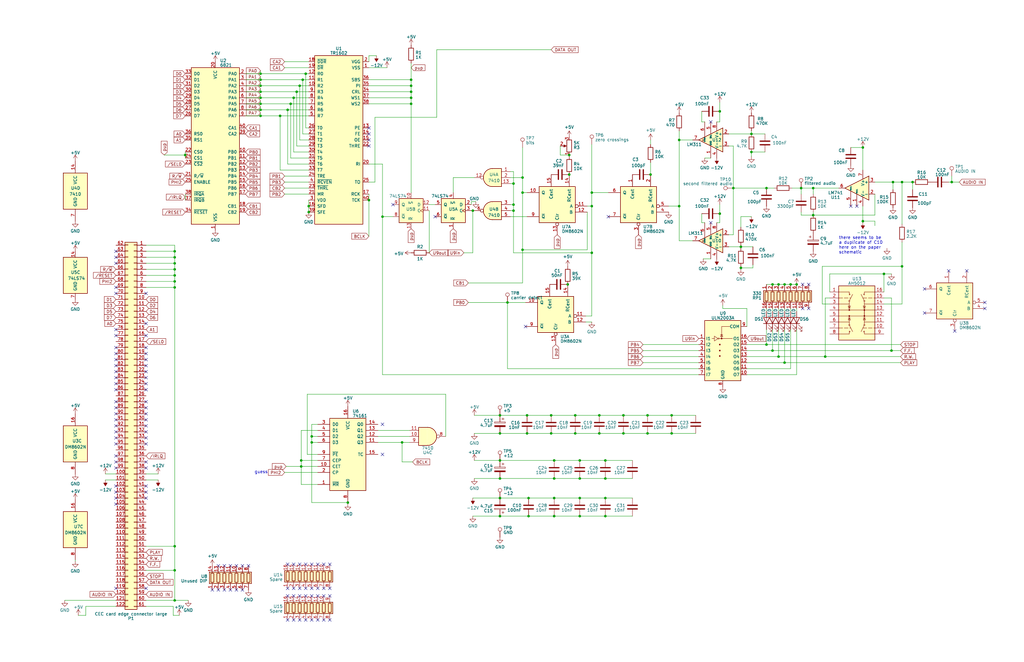
<source format=kicad_sch>
(kicad_sch (version 20230121) (generator eeschema)
  (paper "B")
  (junction (at 325.755 120.015))
  (junction (at 199.39 88.9))
  (junction (at 239.395 120.015))
  (junction (at 328.295 120.015))
  (junction (at 210.82 201.93))
  (junction (at 273.05 175.26))
  (junction (at 131.445 184.15))
  (junction (at 244.475 201.93))
  (junction (at 262.89 182.88))
  (junction (at 309.245 79.375))
  (junction (at 274.32 73.66))
  (junction (at 384.81 76.835))
  (junction (at 131.445 186.69))
  (junction (at 222.25 182.88))
  (junction (at 380.365 112.395))
  (junction (at 312.42 104.14))
  (junction (at 125.095 38.735))
  (junction (at 286.385 59.055))
  (junction (at 233.68 217.805))
  (junction (at 372.745 115.57))
  (junction (at 173.355 43.815))
  (junction (at 286.385 86.995))
  (junction (at 127 194.31))
  (junction (at 118.11 48.895))
  (junction (at 363.855 62.23))
  (junction (at 210.82 210.185))
  (junction (at 121.285 46.355))
  (junction (at 130.175 89.535))
  (junction (at 232.41 175.26))
  (junction (at 173.355 41.275))
  (junction (at 127.635 33.655))
  (junction (at 303.53 90.17))
  (junction (at 109.855 43.815))
  (junction (at 312.42 113.03))
  (junction (at 127 196.85))
  (junction (at 123.825 41.275))
  (junction (at 376.555 76.835))
  (junction (at 109.855 31.115))
  (junction (at 316.865 56.515))
  (junction (at 232.41 182.88))
  (junction (at 216.535 77.47))
  (junction (at 330.835 120.015))
  (junction (at 210.82 175.26))
  (junction (at 244.475 217.805))
  (junction (at 255.27 201.93))
  (junction (at 128.905 31.115))
  (junction (at 109.855 36.195))
  (junction (at 325.755 147.955))
  (junction (at 244.475 194.31))
  (junction (at 233.68 201.93))
  (junction (at 240.03 65.405))
  (junction (at 155.575 84.455))
  (junction (at 210.82 217.805))
  (junction (at 73.66 253.365))
  (junction (at 330.835 153.035))
  (junction (at 109.855 46.355))
  (junction (at 233.68 194.31))
  (junction (at 210.82 194.31))
  (junction (at 380.365 76.835))
  (junction (at 222.25 175.26))
  (junction (at 401.32 76.835))
  (junction (at 283.21 182.88))
  (junction (at 109.855 33.655))
  (junction (at 316.865 64.135))
  (junction (at 262.89 175.26))
  (junction (at 240.03 73.66))
  (junction (at 73.66 108.585))
  (junction (at 216.535 86.36))
  (junction (at 249.555 81.28))
  (junction (at 78.105 65.405))
  (junction (at 249.555 86.995))
  (junction (at 122.555 43.815))
  (junction (at 255.27 217.805))
  (junction (at 328.295 150.495))
  (junction (at 347.98 150.495))
  (junction (at 335.915 120.015))
  (junction (at 73.66 116.205))
  (junction (at 323.215 145.415))
  (junction (at 210.82 182.88))
  (junction (at 255.27 210.185))
  (junction (at 244.475 210.185))
  (junction (at 109.855 38.735))
  (junction (at 242.57 175.26))
  (junction (at 173.355 36.195))
  (junction (at 213.995 127.635))
  (junction (at 73.66 118.745))
  (junction (at 216.535 88.9))
  (junction (at 283.21 175.26))
  (junction (at 73.66 121.285))
  (junction (at 252.73 182.88))
  (junction (at 109.855 41.275))
  (junction (at 109.855 48.895))
  (junction (at 73.66 111.125))
  (junction (at 126.365 36.195))
  (junction (at 73.66 240.665))
  (junction (at 273.05 182.88))
  (junction (at 73.66 230.505))
  (junction (at 363.855 93.345))
  (junction (at 220.345 105.41))
  (junction (at 342.9 90.805))
  (junction (at 220.345 74.93))
  (junction (at 146.685 212.09))
  (junction (at 337.82 79.375))
  (junction (at 233.68 210.185))
  (junction (at 303.53 46.99))
  (junction (at 375.92 147.955))
  (junction (at 73.66 106.045))
  (junction (at 222.885 217.805))
  (junction (at 73.66 113.665))
  (junction (at 323.215 79.375))
  (junction (at 169.545 186.69))
  (junction (at 252.73 175.26))
  (junction (at 130.175 86.995))
  (junction (at 222.885 210.185))
  (junction (at 220.345 81.28))
  (junction (at 173.355 38.735))
  (junction (at 249.555 106.68))
  (junction (at 333.375 120.015))
  (junction (at 173.355 33.655))
  (junction (at 342.9 79.375))
  (junction (at 255.27 194.31))
  (junction (at 161.29 91.44))
  (junction (at 242.57 182.88))
  (no_connect (at 48.895 111.125))
  (no_connect (at 89.535 248.92))
  (no_connect (at 48.895 164.465))
  (no_connect (at 136.525 251.46))
  (no_connect (at 128.905 261.62))
  (no_connect (at 48.895 182.245))
  (no_connect (at 61.595 161.925))
  (no_connect (at 61.595 248.285))
  (no_connect (at 48.895 174.625))
  (no_connect (at 61.595 207.645))
  (no_connect (at 48.895 169.545))
  (no_connect (at 128.905 248.285))
  (no_connect (at 48.895 194.945))
  (no_connect (at 155.575 53.975))
  (no_connect (at 61.595 149.225))
  (no_connect (at 48.895 248.285))
  (no_connect (at 61.595 159.385))
  (no_connect (at 104.775 238.76))
  (no_connect (at 48.895 123.825))
  (no_connect (at 340.995 130.175))
  (no_connect (at 61.595 154.305))
  (no_connect (at 48.895 141.605))
  (no_connect (at 94.615 248.92))
  (no_connect (at 121.285 238.125))
  (no_connect (at 48.895 146.685))
  (no_connect (at 131.445 261.62))
  (no_connect (at 340.995 120.015))
  (no_connect (at 48.895 184.785))
  (no_connect (at 165.735 86.36))
  (no_connect (at 123.825 251.46))
  (no_connect (at 121.285 251.46))
  (no_connect (at 99.695 248.92))
  (no_connect (at 256.54 91.44))
  (no_connect (at 161.29 179.07))
  (no_connect (at 48.895 179.705))
  (no_connect (at 94.615 238.76))
  (no_connect (at 61.595 210.185))
  (no_connect (at 48.895 192.405))
  (no_connect (at 61.595 156.845))
  (no_connect (at 126.365 261.62))
  (no_connect (at 48.895 212.725))
  (no_connect (at 155.575 61.595))
  (no_connect (at 123.825 238.125))
  (no_connect (at 48.895 156.845))
  (no_connect (at 102.235 238.76))
  (no_connect (at 338.455 130.175))
  (no_connect (at 221.615 137.795))
  (no_connect (at 139.065 248.285))
  (no_connect (at 61.595 136.525))
  (no_connect (at 131.445 248.285))
  (no_connect (at 102.235 248.92))
  (no_connect (at 97.155 238.76))
  (no_connect (at 48.895 121.285))
  (no_connect (at 61.595 141.605))
  (no_connect (at 136.525 248.285))
  (no_connect (at 61.595 184.785))
  (no_connect (at 136.525 261.62))
  (no_connect (at 48.895 161.925))
  (no_connect (at 48.895 108.585))
  (no_connect (at 126.365 238.125))
  (no_connect (at 402.59 139.7))
  (no_connect (at 133.985 248.285))
  (no_connect (at 299.72 93.98))
  (no_connect (at 123.825 248.285))
  (no_connect (at 61.595 194.945))
  (no_connect (at 121.285 261.62))
  (no_connect (at 133.985 238.125))
  (no_connect (at 155.575 56.515))
  (no_connect (at 183.515 91.44))
  (no_connect (at 48.895 187.325))
  (no_connect (at 61.595 205.105))
  (no_connect (at 415.29 130.175))
  (no_connect (at 123.825 261.62))
  (no_connect (at 99.695 238.76))
  (no_connect (at 128.905 238.125))
  (no_connect (at 358.775 86.995))
  (no_connect (at 48.895 197.485))
  (no_connect (at 139.065 251.46))
  (no_connect (at 155.575 59.055))
  (no_connect (at 92.075 248.92))
  (no_connect (at 407.67 114.3))
  (no_connect (at 61.595 123.825))
  (no_connect (at 61.595 177.165))
  (no_connect (at 61.595 164.465))
  (no_connect (at 48.895 139.065))
  (no_connect (at 128.905 251.46))
  (no_connect (at 61.595 187.325))
  (no_connect (at 48.895 210.185))
  (no_connect (at 61.595 146.685))
  (no_connect (at 400.05 114.3))
  (no_connect (at 48.895 177.165))
  (no_connect (at 48.895 106.045))
  (no_connect (at 389.89 121.92))
  (no_connect (at 299.72 51.435))
  (no_connect (at 126.365 251.46))
  (no_connect (at 48.895 149.225))
  (no_connect (at 136.525 238.125))
  (no_connect (at 131.445 238.125))
  (no_connect (at 338.455 120.015))
  (no_connect (at 61.595 174.625))
  (no_connect (at 48.895 205.105))
  (no_connect (at 48.895 151.765))
  (no_connect (at 61.595 169.545))
  (no_connect (at 361.315 86.995))
  (no_connect (at 389.89 132.08))
  (no_connect (at 139.065 261.62))
  (no_connect (at 133.985 261.62))
  (no_connect (at 61.595 172.085))
  (no_connect (at 97.155 248.92))
  (no_connect (at 48.895 159.385))
  (no_connect (at 61.595 151.765))
  (no_connect (at 161.29 191.77))
  (no_connect (at 92.075 238.76))
  (no_connect (at 126.365 248.285))
  (no_connect (at 61.595 182.245))
  (no_connect (at 415.29 127.635))
  (no_connect (at 48.895 154.305))
  (no_connect (at 139.065 238.125))
  (no_connect (at 133.985 251.46))
  (no_connect (at 61.595 197.485))
  (no_connect (at 121.285 248.285))
  (no_connect (at 131.445 251.46))
  (no_connect (at 48.895 172.085))
  (no_connect (at 48.895 207.645))
  (no_connect (at 61.595 179.705))
  (wire (pts (xy 274.32 68.58) (xy 274.32 73.66)))
  (wire (pts (xy 307.34 99.06) (xy 309.245 99.06)))
  (wire (pts (xy 120.65 196.85) (xy 127 196.85)))
  (wire (pts (xy 184.15 20.955) (xy 232.41 20.955)))
  (wire (pts (xy 120.015 199.39) (xy 133.985 199.39)))
  (wire (pts (xy 330.835 139.065) (xy 330.835 153.035)))
  (wire (pts (xy 309.245 79.375) (xy 323.215 79.375)))
  (wire (pts (xy 297.18 93.98) (xy 295.91 93.98)))
  (wire (pts (xy 200.025 182.88) (xy 210.82 182.88)))
  (wire (pts (xy 233.68 210.185) (xy 244.475 210.185)))
  (wire (pts (xy 297.18 66.675) (xy 299.72 66.675)))
  (wire (pts (xy 347.98 150.495) (xy 379.73 150.495)))
  (wire (pts (xy 325.755 131.445) (xy 325.755 130.175)))
  (wire (pts (xy 303.53 86.36) (xy 303.53 90.17)))
  (wire (pts (xy 337.82 81.915) (xy 337.82 79.375)))
  (wire (pts (xy 380.365 76.835) (xy 384.81 76.835)))
  (wire (pts (xy 222.25 182.88) (xy 232.41 182.88)))
  (wire (pts (xy 127 181.61) (xy 133.985 181.61)))
  (wire (pts (xy 127 196.85) (xy 133.985 196.85)))
  (wire (pts (xy 222.885 210.185) (xy 233.68 210.185)))
  (wire (pts (xy 109.855 43.815) (xy 122.555 43.815)))
  (wire (pts (xy 123.825 41.275) (xy 130.175 41.275)))
  (wire (pts (xy 155.575 76.835) (xy 158.115 76.835)))
  (wire (pts (xy 73.66 230.505) (xy 73.66 240.665)))
  (wire (pts (xy 210.82 201.93) (xy 233.68 201.93)))
  (wire (pts (xy 249.555 135.89) (xy 247.015 135.89)))
  (wire (pts (xy 61.595 103.505) (xy 73.66 103.505)))
  (wire (pts (xy 73.66 253.365) (xy 79.375 253.365)))
  (wire (pts (xy 247.65 105.41) (xy 220.345 105.41)))
  (wire (pts (xy 61.595 108.585) (xy 73.66 108.585)))
  (wire (pts (xy 249.555 106.68) (xy 216.535 106.68)))
  (wire (pts (xy 236.22 65.405) (xy 236.22 61.595)))
  (wire (pts (xy 401.32 76.835) (xy 401.32 74.295)))
  (wire (pts (xy 242.57 175.26) (xy 252.73 175.26)))
  (wire (pts (xy 130.175 53.975) (xy 128.905 53.975)))
  (wire (pts (xy 127 194.31) (xy 133.985 194.31)))
  (wire (pts (xy 121.285 69.215) (xy 121.285 46.355)))
  (wire (pts (xy 281.94 86.995) (xy 286.385 86.995)))
  (wire (pts (xy 296.545 109.22) (xy 299.72 109.22)))
  (wire (pts (xy 127 196.85) (xy 127 194.31)))
  (wire (pts (xy 330.835 120.015) (xy 333.375 120.015)))
  (wire (pts (xy 73.66 106.045) (xy 61.595 106.045)))
  (wire (pts (xy 337.82 89.535) (xy 337.82 90.805)))
  (wire (pts (xy 342.9 79.375) (xy 353.695 79.375)))
  (wire (pts (xy 249.555 106.68) (xy 249.555 133.35)))
  (wire (pts (xy 78.105 81.915) (xy 78.105 84.455)))
  (wire (pts (xy 78.105 64.135) (xy 78.105 65.405)))
  (wire (pts (xy 180.975 106.68) (xy 180.975 88.9)))
  (wire (pts (xy 314.96 153.035) (xy 330.835 153.035)))
  (wire (pts (xy 216.535 86.36) (xy 216.535 88.9)))
  (wire (pts (xy 109.855 33.655) (xy 127.635 33.655)))
  (wire (pts (xy 283.21 182.88) (xy 293.37 182.88)))
  (wire (pts (xy 161.29 158.115) (xy 294.64 158.115)))
  (wire (pts (xy 323.215 131.445) (xy 323.215 130.175)))
  (wire (pts (xy 307.34 56.515) (xy 316.865 56.515)))
  (wire (pts (xy 61.595 200.025) (xy 66.675 200.025)))
  (wire (pts (xy 233.68 201.93) (xy 244.475 201.93)))
  (wire (pts (xy 273.05 182.88) (xy 283.21 182.88)))
  (wire (pts (xy 349.885 125.73) (xy 347.98 125.73)))
  (wire (pts (xy 335.915 139.065) (xy 335.915 158.115)))
  (wire (pts (xy 244.475 194.31) (xy 255.27 194.31)))
  (wire (pts (xy 126.365 59.055) (xy 126.365 36.195)))
  (wire (pts (xy 130.175 59.055) (xy 126.365 59.055)))
  (wire (pts (xy 118.11 71.755) (xy 118.11 48.895)))
  (wire (pts (xy 333.375 120.015) (xy 335.915 120.015)))
  (wire (pts (xy 376.555 76.835) (xy 380.365 76.835)))
  (wire (pts (xy 131.445 186.69) (xy 133.985 186.69)))
  (wire (pts (xy 155.575 23.495) (xy 155.575 26.035)))
  (wire (pts (xy 312.42 104.775) (xy 312.42 104.14)))
  (wire (pts (xy 309.245 61.595) (xy 309.245 79.375)))
  (wire (pts (xy 155.575 33.655) (xy 173.355 33.655)))
  (wire (pts (xy 363.855 62.23) (xy 358.775 62.23)))
  (wire (pts (xy 346.71 128.27) (xy 346.71 112.395)))
  (wire (pts (xy 120.015 74.295) (xy 130.175 74.295)))
  (wire (pts (xy 323.215 139.065) (xy 323.215 145.415)))
  (wire (pts (xy 155.575 36.195) (xy 173.355 36.195)))
  (wire (pts (xy 372.745 123.19) (xy 372.745 115.57)))
  (wire (pts (xy 158.75 23.495) (xy 155.575 23.495)))
  (wire (pts (xy 191.135 74.93) (xy 191.135 81.28)))
  (wire (pts (xy 103.505 38.735) (xy 109.855 38.735)))
  (wire (pts (xy 199.39 210.185) (xy 210.82 210.185)))
  (wire (pts (xy 131.445 212.09) (xy 146.685 212.09)))
  (wire (pts (xy 249.555 60.96) (xy 249.555 81.28)))
  (wire (pts (xy 380.365 128.27) (xy 372.745 128.27)))
  (wire (pts (xy 316.865 91.44) (xy 312.42 91.44)))
  (wire (pts (xy 121.285 46.355) (xy 130.175 46.355)))
  (wire (pts (xy 328.295 131.445) (xy 328.295 130.175)))
  (wire (pts (xy 172.72 184.15) (xy 159.385 184.15)))
  (wire (pts (xy 303.53 43.18) (xy 303.53 46.99)))
  (wire (pts (xy 322.58 64.135) (xy 316.865 64.135)))
  (wire (pts (xy 380.365 102.235) (xy 380.365 112.395)))
  (wire (pts (xy 197.485 119.38) (xy 220.345 119.38)))
  (wire (pts (xy 335.915 131.445) (xy 335.915 130.175)))
  (wire (pts (xy 129.54 166.37) (xy 129.54 191.77)))
  (wire (pts (xy 292.1 59.055) (xy 286.385 59.055)))
  (wire (pts (xy 118.11 48.895) (xy 130.175 48.895)))
  (wire (pts (xy 216.535 88.9) (xy 216.535 106.68)))
  (wire (pts (xy 213.995 155.575) (xy 294.64 155.575)))
  (wire (pts (xy 103.505 48.895) (xy 109.855 48.895)))
  (wire (pts (xy 312.42 113.03) (xy 317.5 113.03)))
  (wire (pts (xy 131.445 184.15) (xy 133.985 184.15)))
  (wire (pts (xy 73.025 255.905) (xy 61.595 255.905)))
  (wire (pts (xy 368.935 90.805) (xy 368.935 81.915)))
  (wire (pts (xy 61.595 240.665) (xy 73.66 240.665)))
  (wire (pts (xy 44.45 202.565) (xy 48.895 202.565)))
  (wire (pts (xy 233.68 194.31) (xy 244.475 194.31)))
  (wire (pts (xy 286.385 55.245) (xy 286.385 59.055)))
  (wire (pts (xy 133.985 179.07) (xy 131.445 179.07)))
  (wire (pts (xy 127 204.47) (xy 127 196.85)))
  (wire (pts (xy 249.555 133.35) (xy 247.015 133.35)))
  (wire (pts (xy 222.885 217.805) (xy 233.68 217.805)))
  (wire (pts (xy 44.45 200.025) (xy 48.895 200.025)))
  (wire (pts (xy 130.175 64.135) (xy 123.825 64.135)))
  (wire (pts (xy 173.99 194.945) (xy 169.545 194.945)))
  (wire (pts (xy 333.375 139.065) (xy 333.375 155.575)))
  (wire (pts (xy 130.175 69.215) (xy 121.285 69.215)))
  (wire (pts (xy 161.29 69.215) (xy 161.29 91.44)))
  (wire (pts (xy 172.72 186.69) (xy 169.545 186.69)))
  (wire (pts (xy 69.215 65.405) (xy 78.105 65.405)))
  (wire (pts (xy 61.595 230.505) (xy 73.66 230.505)))
  (wire (pts (xy 118.11 71.755) (xy 130.175 71.755)))
  (wire (pts (xy 244.475 210.185) (xy 255.27 210.185)))
  (wire (pts (xy 376.555 80.01) (xy 376.555 76.835)))
  (wire (pts (xy 255.27 210.185) (xy 266.7 210.185)))
  (wire (pts (xy 295.91 46.99) (xy 295.91 51.435)))
  (wire (pts (xy 126.365 36.195) (xy 130.175 36.195)))
  (wire (pts (xy 372.745 125.73) (xy 375.92 125.73)))
  (wire (pts (xy 349.885 115.57) (xy 372.745 115.57)))
  (wire (pts (xy 274.32 59.055) (xy 274.32 60.96)))
  (wire (pts (xy 128.905 31.115) (xy 130.175 31.115)))
  (wire (pts (xy 103.505 33.655) (xy 109.855 33.655)))
  (wire (pts (xy 73.66 121.285) (xy 73.66 118.745)))
  (wire (pts (xy 146.685 212.725) (xy 146.685 212.09)))
  (wire (pts (xy 127.635 33.655) (xy 130.175 33.655)))
  (wire (pts (xy 271.145 145.415) (xy 294.64 145.415)))
  (wire (pts (xy 109.855 31.115) (xy 128.905 31.115)))
  (wire (pts (xy 363.855 71.755) (xy 363.855 62.23)))
  (wire (pts (xy 363.855 86.995) (xy 363.855 93.345)))
  (wire (pts (xy 303.53 90.17) (xy 303.53 93.98)))
  (wire (pts (xy 314.96 150.495) (xy 328.295 150.495)))
  (wire (pts (xy 131.445 184.15) (xy 131.445 186.69)))
  (wire (pts (xy 61.595 118.745) (xy 73.66 118.745)))
  (wire (pts (xy 271.145 150.495) (xy 294.64 150.495)))
  (wire (pts (xy 103.505 36.195) (xy 109.855 36.195)))
  (wire (pts (xy 273.05 175.26) (xy 283.21 175.26)))
  (wire (pts (xy 375.92 147.955) (xy 379.73 147.955)))
  (wire (pts (xy 304.8 130.175) (xy 304.8 128.905)))
  (wire (pts (xy 173.355 36.195) (xy 173.355 38.735)))
  (wire (pts (xy 316.865 56.515) (xy 322.58 56.515)))
  (wire (pts (xy 128.905 53.975) (xy 128.905 31.115)))
  (wire (pts (xy 125.095 38.735) (xy 130.175 38.735)))
  (wire (pts (xy 384.81 80.01) (xy 384.81 76.835)))
  (wire (pts (xy 312.42 91.44) (xy 312.42 95.885)))
  (wire (pts (xy 103.505 41.275) (xy 109.855 41.275)))
  (wire (pts (xy 61.595 253.365) (xy 73.66 253.365)))
  (wire (pts (xy 380.365 112.395) (xy 380.365 128.27)))
  (wire (pts (xy 155.575 81.915) (xy 155.575 84.455)))
  (wire (pts (xy 109.855 37.465) (xy 109.855 38.735)))
  (wire (pts (xy 103.505 31.115) (xy 109.855 31.115)))
  (wire (pts (xy 216.535 88.9) (xy 215.265 88.9)))
  (wire (pts (xy 349.885 115.57) (xy 349.885 123.19)))
  (wire (pts (xy 330.835 153.035) (xy 379.73 153.035)))
  (wire (pts (xy 216.535 77.47) (xy 216.535 86.36)))
  (wire (pts (xy 61.595 116.205) (xy 73.66 116.205)))
  (wire (pts (xy 304.8 130.175) (xy 314.96 130.175)))
  (wire (pts (xy 129.54 166.37) (xy 187.96 166.37)))
  (wire (pts (xy 375.92 125.73) (xy 375.92 147.955)))
  (wire (pts (xy 372.745 115.57) (xy 375.92 115.57)))
  (wire (pts (xy 210.82 194.31) (xy 233.68 194.31)))
  (wire (pts (xy 199.39 88.9) (xy 200.025 88.9)))
  (wire (pts (xy 172.72 181.61) (xy 159.385 181.61)))
  (wire (pts (xy 247.65 86.995) (xy 249.555 86.995)))
  (wire (pts (xy 314.96 158.115) (xy 335.915 158.115)))
  (wire (pts (xy 200.025 74.93) (xy 191.135 74.93)))
  (wire (pts (xy 215.265 74.93) (xy 220.345 74.93)))
  (wire (pts (xy 222.25 175.26) (xy 232.41 175.26)))
  (wire (pts (xy 255.27 194.31) (xy 266.7 194.31)))
  (wire (pts (xy 240.03 65.405) (xy 240.03 66.04)))
  (wire (pts (xy 75.565 259.715) (xy 73.025 259.715)))
  (wire (pts (xy 349.885 128.27) (xy 346.71 128.27)))
  (wire (pts (xy 133.985 204.47) (xy 127 204.47)))
  (wire (pts (xy 73.66 240.665) (xy 73.66 253.365)))
  (wire (pts (xy 303.53 46.99) (xy 303.53 51.435)))
  (wire (pts (xy 73.66 116.205) (xy 73.66 113.665)))
  (wire (pts (xy 404.495 76.835) (xy 401.32 76.835)))
  (wire (pts (xy 109.855 46.355) (xy 121.285 46.355)))
  (wire (pts (xy 252.73 175.26) (xy 262.89 175.26)))
  (wire (pts (xy 163.195 28.575) (xy 155.575 28.575)))
  (wire (pts (xy 109.855 45.085) (xy 109.855 46.355)))
  (wire (pts (xy 328.295 139.065) (xy 328.295 150.495)))
  (wire (pts (xy 131.445 179.07) (xy 131.445 184.15)))
  (wire (pts (xy 286.385 101.6) (xy 292.1 101.6)))
  (wire (pts (xy 220.345 62.23) (xy 220.345 74.93)))
  (wire (pts (xy 337.82 90.805) (xy 342.9 90.805)))
  (wire (pts (xy 220.345 81.28) (xy 220.345 105.41)))
  (wire (pts (xy 73.66 113.665) (xy 61.595 113.665)))
  (wire (pts (xy 325.755 139.065) (xy 325.755 147.955)))
  (wire (pts (xy 120.015 81.915) (xy 130.175 81.915)))
  (wire (pts (xy 380.365 94.615) (xy 380.365 76.835)))
  (wire (pts (xy 129.54 191.77) (xy 133.985 191.77)))
  (wire (pts (xy 215.265 91.44) (xy 222.25 91.44)))
  (wire (pts (xy 120.015 26.035) (xy 130.175 26.035)))
  (wire (pts (xy 210.82 217.805) (xy 222.885 217.805)))
  (wire (pts (xy 109.855 38.735) (xy 125.095 38.735)))
  (wire (pts (xy 295.91 90.17) (xy 295.91 93.98)))
  (wire (pts (xy 173.355 41.275) (xy 173.355 43.815)))
  (wire (pts (xy 103.505 46.355) (xy 109.855 46.355)))
  (wire (pts (xy 210.82 210.185) (xy 222.885 210.185)))
  (wire (pts (xy 199.39 217.805) (xy 210.82 217.805)))
  (wire (pts (xy 334.01 79.375) (xy 337.82 79.375)))
  (wire (pts (xy 109.855 42.545) (xy 109.855 43.815)))
  (wire (pts (xy 130.175 61.595) (xy 125.095 61.595)))
  (wire (pts (xy 216.535 86.36) (xy 215.265 86.36)))
  (wire (pts (xy 247.65 89.535) (xy 247.65 105.41)))
  (wire (pts (xy 220.345 105.41) (xy 220.345 119.38)))
  (wire (pts (xy 317.5 113.03) (xy 317.5 111.76)))
  (wire (pts (xy 220.345 81.28) (xy 222.25 81.28)))
  (wire (pts (xy 173.355 38.735) (xy 173.355 41.275)))
  (wire (pts (xy 73.66 113.665) (xy 73.66 111.125)))
  (wire (pts (xy 233.68 217.805) (xy 244.475 217.805)))
  (wire (pts (xy 368.935 95.25) (xy 368.935 93.345)))
  (wire (pts (xy 120.015 76.835) (xy 130.175 76.835)))
  (wire (pts (xy 27.305 253.365) (xy 48.895 253.365)))
  (wire (pts (xy 213.995 127.635) (xy 213.995 155.575)))
  (wire (pts (xy 297.18 51.435) (xy 295.91 51.435)))
  (wire (pts (xy 256.54 81.28) (xy 249.555 81.28)))
  (wire (pts (xy 155.575 84.455) (xy 155.575 99.695)))
  (wire (pts (xy 198.755 86.36) (xy 198.755 85.09)))
  (wire (pts (xy 368.935 93.345) (xy 363.855 93.345)))
  (wire (pts (xy 249.555 81.28) (xy 249.555 86.995)))
  (wire (pts (xy 197.485 127.635) (xy 213.995 127.635)))
  (wire (pts (xy 255.27 217.805) (xy 266.7 217.805)))
  (wire (pts (xy 325.755 120.015) (xy 328.295 120.015)))
  (wire (pts (xy 302.26 93.98) (xy 303.53 93.98)))
  (wire (pts (xy 346.71 112.395) (xy 380.365 112.395)))
  (wire (pts (xy 302.26 51.435) (xy 303.53 51.435)))
  (wire (pts (xy 198.755 85.09) (xy 200.66 85.09)))
  (wire (pts (xy 199.39 88.9) (xy 199.39 106.68)))
  (wire (pts (xy 130.175 84.455) (xy 130.175 86.995)))
  (wire (pts (xy 240.03 65.405) (xy 236.22 65.405)))
  (wire (pts (xy 199.39 106.68) (xy 195.58 106.68)))
  (wire (pts (xy 337.82 79.375) (xy 342.9 79.375)))
  (wire (pts (xy 309.245 79.375) (xy 309.245 99.06)))
  (wire (pts (xy 271.145 147.955) (xy 294.64 147.955)))
  (wire (pts (xy 158.115 76.835) (xy 158.115 49.53)))
  (wire (pts (xy 323.215 145.415) (xy 379.73 145.415)))
  (wire (pts (xy 368.935 76.835) (xy 376.555 76.835)))
  (wire (pts (xy 158.115 49.53) (xy 184.15 49.53)))
  (wire (pts (xy 342.9 90.805) (xy 368.935 90.805)))
  (wire (pts (xy 73.66 108.585) (xy 73.66 106.045)))
  (wire (pts (xy 120.015 79.375) (xy 130.175 79.375)))
  (wire (pts (xy 323.215 79.375) (xy 326.39 79.375)))
  (wire (pts (xy 161.29 91.44) (xy 161.29 158.115)))
  (wire (pts (xy 155.575 43.815) (xy 173.355 43.815)))
  (wire (pts (xy 312.42 104.14) (xy 317.5 104.14)))
  (wire (pts (xy 216.535 77.47) (xy 215.265 77.47)))
  (wire (pts (xy 36.195 255.905) (xy 48.895 255.905)))
  (wire (pts (xy 109.855 36.195) (xy 126.365 36.195)))
  (wire (pts (xy 122.555 43.815) (xy 130.175 43.815)))
  (wire (pts (xy 173.355 43.815) (xy 173.355 81.28)))
  (wire (pts (xy 242.57 182.88) (xy 252.73 182.88)))
  (wire (pts (xy 61.595 121.285) (xy 73.66 121.285)))
  (wire (pts (xy 333.375 131.445) (xy 333.375 130.175)))
  (wire (pts (xy 184.15 49.53) (xy 184.15 20.955)))
  (wire (pts (xy 155.575 69.215) (xy 161.29 69.215)))
  (wire (pts (xy 36.195 259.715) (xy 36.195 255.905)))
  (wire (pts (xy 210.82 182.88) (xy 222.25 182.88)))
  (wire (pts (xy 314.96 155.575) (xy 333.375 155.575)))
  (wire (pts (xy 325.755 147.955) (xy 375.92 147.955)))
  (wire (pts (xy 198.755 88.9) (xy 199.39 88.9)))
  (wire (pts (xy 309.245 61.595) (xy 307.34 61.595)))
  (wire (pts (xy 131.445 186.69) (xy 131.445 212.09)))
  (wire (pts (xy 122.555 66.675) (xy 130.175 66.675)))
  (wire (pts (xy 312.42 113.665) (xy 312.42 113.03)))
  (wire (pts (xy 109.855 29.845) (xy 109.855 31.115)))
  (wire (pts (xy 314.96 130.175) (xy 314.96 137.795)))
  (wire (pts (xy 342.9 89.535) (xy 342.9 90.805)))
  (wire (pts (xy 330.835 131.445) (xy 330.835 130.175)))
  (wire (pts (xy 31.75 236.22) (xy 31.75 236.855)))
  (wire (pts (xy 271.145 153.035) (xy 294.64 153.035)))
  (wire (pts (xy 347.98 125.73) (xy 347.98 150.495)))
  (wire (pts (xy 127.635 56.515) (xy 127.635 33.655)))
  (wire (pts (xy 213.995 127.635) (xy 221.615 127.635)))
  (wire (pts (xy 328.295 120.015) (xy 330.835 120.015)))
  (wire (pts (xy 262.89 175.26) (xy 273.05 175.26)))
  (wire (pts (xy 200.025 201.93) (xy 210.82 201.93)))
  (wire (pts (xy 262.89 182.88) (xy 273.05 182.88)))
  (wire (pts (xy 103.505 43.815) (xy 109.855 43.815)))
  (wire (pts (xy 123.825 64.135) (xy 123.825 41.275)))
  (wire (pts (xy 328.295 150.495) (xy 347.98 150.495)))
  (wire (pts (xy 109.855 41.275) (xy 123.825 41.275)))
  (wire (pts (xy 252.73 182.88) (xy 262.89 182.88)))
  (wire (pts (xy 125.095 61.595) (xy 125.095 38.735)))
  (wire (pts (xy 314.96 147.955) (xy 325.755 147.955)))
  (wire (pts (xy 109.855 34.925) (xy 109.855 36.195)))
  (wire (pts (xy 200.025 194.31) (xy 210.82 194.31)))
  (wire (pts (xy 220.345 74.93) (xy 220.345 81.28)))
  (wire (pts (xy 78.105 65.405) (xy 78.105 66.675)))
  (wire (pts (xy 363.855 93.345) (xy 363.855 93.98)))
  (wire (pts (xy 73.66 106.045) (xy 73.66 103.505)))
  (wire (pts (xy 249.555 86.995) (xy 249.555 106.68)))
  (wire (pts (xy 155.575 41.275) (xy 173.355 41.275)))
  (wire (pts (xy 244.475 201.93) (xy 255.27 201.93)))
  (wire (pts (xy 314.96 145.415) (xy 323.215 145.415)))
  (wire (pts (xy 127 194.31) (xy 127 181.61)))
  (wire (pts (xy 216.535 72.39) (xy 215.265 72.39)))
  (wire (pts (xy 180.975 86.36) (xy 183.515 86.36)))
  (wire (pts (xy 73.66 111.125) (xy 61.595 111.125)))
  (wire (pts (xy 73.66 121.285) (xy 73.66 230.505)))
  (wire (pts (xy 122.555 66.675) (xy 122.555 43.815)))
  (wire (pts (xy 216.535 77.47) (xy 216.535 72.39)))
  (wire (pts (xy 232.41 182.88) (xy 242.57 182.88)))
  (wire (pts (xy 286.385 59.055) (xy 286.385 86.995)))
  (wire (pts (xy 120.015 28.575) (xy 130.175 28.575)))
  (wire (pts (xy 316.865 64.135) (xy 316.865 66.04)))
  (wire (pts (xy 316.865 55.245) (xy 316.865 56.515)))
  (wire (pts (xy 244.475 217.805) (xy 255.27 217.805)))
  (wire (pts (xy 165.735 91.44) (xy 161.29 91.44)))
  (wire (pts (xy 73.66 111.125) (xy 73.66 108.585)))
  (wire (pts (xy 73.66 118.745) (xy 73.66 116.205)))
  (wire (pts (xy 61.595 202.565) (xy 66.675 202.565)))
  (wire (pts (xy 155.575 38.735) (xy 173.355 38.735)))
  (wire (pts (xy 255.27 201.93) (xy 266.7 201.93)))
  (wire (pts (xy 169.545 194.945) (xy 169.545 186.69)))
  (wire (pts (xy 286.385 86.995) (xy 286.385 101.6)))
  (wire (pts (xy 200.025 175.26) (xy 210.82 175.26)))
  (wire (pts (xy 109.855 47.625) (xy 109.855 48.895)))
  (wire (pts (xy 232.41 175.26) (xy 242.57 175.26)))
  (wire (pts (xy 36.195 259.715) (xy 33.02 259.715)))
  (wire (pts (xy 312.42 113.03) (xy 312.42 112.395)))
  (wire (pts (xy 323.215 120.015) (xy 325.755 120.015)))
  (wire (pts (xy 109.855 48.895) (xy 118.11 48.895)))
  (wire (pts (xy 283.21 175.26) (xy 293.37 175.26)))
  (wire (pts (xy 312.42 104.14) (xy 312.42 103.505)))
  (wire (pts (xy 307.34 104.14) (xy 312.42 104.14)))
  (wire (pts (xy 342.9 81.915) (xy 342.9 79.375)))
  (wire (pts (xy 73.025 259.715) (xy 73.025 255.905)))
  (wire (pts (xy 109.855 40.005) (xy 109.855 41.275)))
  (wire (pts (xy 400.05 76.835) (xy 401.32 76.835)))
  (wire (pts (xy 169.545 186.69) (xy 159.385 186.69)))
  (wire (pts (xy 173.355 33.655) (xy 173.355 36.195)))
  (wire (pts (xy 173.355 26.67) (xy 173.355 33.655)))
  (wire (pts (xy 210.82 175.26) (xy 222.25 175.26)))
  (wire (pts (xy 187.96 184.15) (xy 187.96 166.37)))
  (wire (pts (xy 130.175 86.995) (xy 130.175 89.535)))
  (wire (pts (xy 130.175 56.515) (xy 127.635 56.515)))
  (wire (pts (xy 109.855 32.385) (xy 109.855 33.655)))
  (text "there seems to be\na duplicate of C10\nhere on the paper\nschematic" (at 353.695 107.315 0) (effects (font (size 1.27 1.27)) (justify left bottom)))
  (text "guess" (at 107.315 200.025 0) (effects (font (size 1.27 1.27)) (justify left bottom)))
  (global_label "{slash}RESET" (shape input) (at 78.105 89.535 180) (property "Intersheetrefs" "${INTERSHEET_REFS}" (effects hide)))
  (global_label "D7" (shape input) (at 48.895 133.985 180) (property "Intersheetrefs" "${INTERSHEET_REFS}" (effects hide)))
  (global_label "PB6" (shape input) (at 271.145 150.495 180) (property "Intersheetrefs" "${INTERSHEET_REFS}" (effects hide)))
  (global_label "DATA OUT" (shape input) (at 61.595 245.745 0) (property "Intersheetrefs" "${INTERSHEET_REFS}" (effects hide)))
  (global_label "R{slash}~{W}" (shape input) (at 78.105 74.295 180) (property "Intersheetrefs" "${INTERSHEET_REFS}" (effects hide)))
  (global_label "PB0" (shape input) (at 103.505 64.135 0) (property "Intersheetrefs" "${INTERSHEET_REFS}" (effects hide)))
  (global_label "D6" (shape input) (at 78.105 46.355 180) (property "Intersheetrefs" "${INTERSHEET_REFS}" (effects hide)))
  (global_label "PA0" (shape input) (at 109.855 29.845 180) (property "Intersheetrefs" "${INTERSHEET_REFS}" (effects hide)))
  (global_label "PB4" (shape input) (at 103.505 74.295 0) (property "Intersheetrefs" "${INTERSHEET_REFS}" (effects hide)))
  (global_label "BCLK" (shape input) (at 173.99 194.945 0) (property "Intersheetrefs" "${INTERSHEET_REFS}" (effects hide)))
  (global_label "D4" (shape input) (at 78.105 41.275 180) (property "Intersheetrefs" "${INTERSHEET_REFS}" (effects hide)))
  (global_label "PA4" (shape input) (at 109.855 40.005 180) (property "Intersheetrefs" "${INTERSHEET_REFS}" (effects hide)))
  (global_label "D2" (shape input) (at 78.105 36.195 180) (property "Intersheetrefs" "${INTERSHEET_REFS}" (effects hide)))
  (global_label "PB1" (shape input) (at 103.505 66.675 0) (property "Intersheetrefs" "${INTERSHEET_REFS}" (effects hide)))
  (global_label "CB2" (shape input) (at 103.505 89.535 0) (property "Intersheetrefs" "${INTERSHEET_REFS}" (effects hide)))
  (global_label "F.F." (shape input) (at 379.73 147.955 0) (property "Intersheetrefs" "${INTERSHEET_REFS}" (effects hide)))
  (global_label "pup" (shape input) (at 173.355 28.575 0) (property "Intersheetrefs" "${INTERSHEET_REFS}" (effects hide)))
  (global_label "PA1" (shape input) (at 109.855 32.385 180) (property "Intersheetrefs" "${INTERSHEET_REFS}" (effects hide)))
  (global_label "D3" (shape input) (at 48.895 128.905 180) (property "Intersheetrefs" "${INTERSHEET_REFS}" (effects hide)))
  (global_label "pup" (shape input) (at 234.95 99.06 270) (property "Intersheetrefs" "${INTERSHEET_REFS}" (effects hide)))
  (global_label "PB0" (shape input) (at 197.485 127.635 180) (property "Intersheetrefs" "${INTERSHEET_REFS}" (effects hide)))
  (global_label "PB7" (shape input) (at 103.505 81.915 0) (property "Intersheetrefs" "${INTERSHEET_REFS}" (effects hide)))
  (global_label "{slash}IRLQ" (shape input) (at 61.595 192.405 0) (property "Intersheetrefs" "${INTERSHEET_REFS}" (effects hide)))
  (global_label "PB2" (shape input) (at 120.015 81.915 180) (property "Intersheetrefs" "${INTERSHEET_REFS}" (effects hide)))
  (global_label "R.W." (shape input) (at 379.73 150.495 0) (property "Intersheetrefs" "${INTERSHEET_REFS}" (effects hide)))
  (global_label "PA5" (shape input) (at 109.855 42.545 180) (property "Intersheetrefs" "${INTERSHEET_REFS}" (effects hide)))
  (global_label "pup" (shape input) (at 191.135 96.52 270) (property "Intersheetrefs" "${INTERSHEET_REFS}" (effects hide)))
  (global_label "D6" (shape input) (at 61.595 133.985 0) (property "Intersheetrefs" "${INTERSHEET_REFS}" (effects hide)))
  (global_label "D0" (shape input) (at 78.105 31.115 180) (property "Intersheetrefs" "${INTERSHEET_REFS}" (effects hide)))
  (global_label "U9out" (shape input) (at 180.975 106.68 0) (property "Intersheetrefs" "${INTERSHEET_REFS}" (effects hide)))
  (global_label "PA7" (shape input) (at 109.855 47.625 180) (property "Intersheetrefs" "${INTERSHEET_REFS}" (effects hide)))
  (global_label "CA2" (shape input) (at 103.505 56.515 0) (property "Intersheetrefs" "${INTERSHEET_REFS}" (effects hide)))
  (global_label "PLAY" (shape input) (at 379.73 153.035 0) (property "Intersheetrefs" "${INTERSHEET_REFS}" (effects hide)))
  (global_label "A0" (shape input) (at 78.105 56.515 180) (property "Intersheetrefs" "${INTERSHEET_REFS}" (effects hide)))
  (global_label "PHI2" (shape input) (at 48.895 118.745 180) (property "Intersheetrefs" "${INTERSHEET_REFS}" (effects hide)))
  (global_label "STOP" (shape input) (at 61.595 243.205 0) (property "Intersheetrefs" "${INTERSHEET_REFS}" (effects hide)))
  (global_label "pup" (shape input) (at 120.65 196.85 180) (property "Intersheetrefs" "${INTERSHEET_REFS}" (effects hide)))
  (global_label "AUDIO IN" (shape input) (at 61.595 250.825 0) (property "Intersheetrefs" "${INTERSHEET_REFS}" (effects hide)))
  (global_label "pup" (shape input) (at 269.24 99.06 270) (property "Intersheetrefs" "${INTERSHEET_REFS}" (effects hide)))
  (global_label "PHI2" (shape input) (at 78.105 76.835 180) (property "Intersheetrefs" "${INTERSHEET_REFS}" (effects hide)))
  (global_label "{slash}RESET" (shape input) (at 48.895 116.205 180) (property "Intersheetrefs" "${INTERSHEET_REFS}" (effects hide)))
  (global_label "PB5" (shape input) (at 271.145 147.955 180) (property "Intersheetrefs" "${INTERSHEET_REFS}" (effects hide)))
  (global_label "R.W." (shape input) (at 61.595 235.585 0) (property "Intersheetrefs" "${INTERSHEET_REFS}" (effects hide)))
  (global_label "PB6" (shape input) (at 103.505 79.375 0) (property "Intersheetrefs" "${INTERSHEET_REFS}" (effects hide)))
  (global_label "PHI2" (shape input) (at 120.015 199.39 180) (property "Intersheetrefs" "${INTERSHEET_REFS}" (effects hide)))
  (global_label "U9in" (shape input) (at 195.58 106.68 180) (property "Intersheetrefs" "${INTERSHEET_REFS}" (effects hide)))
  (global_label "CB1" (shape input) (at 197.485 119.38 180) (property "Intersheetrefs" "${INTERSHEET_REFS}" (effects hide)))
  (global_label "R{slash}~{W}" (shape input) (at 48.895 113.665 180) (property "Intersheetrefs" "${INTERSHEET_REFS}" (effects hide)))
  (global_label "D1" (shape input) (at 78.105 33.655 180) (property "Intersheetrefs" "${INTERSHEET_REFS}" (effects hide)))
  (global_label "PB2" (shape input) (at 103.505 69.215 0) (property "Intersheetrefs" "${INTERSHEET_REFS}" (effects hide)))
  (global_label "PB1" (shape input) (at 120.015 74.295 180) (property "Intersheetrefs" "${INTERSHEET_REFS}" (effects hide)))
  (global_label "D0" (shape input) (at 61.595 126.365 0) (property "Intersheetrefs" "${INTERSHEET_REFS}" (effects hide)))
  (global_label "PB3" (shape input) (at 120.015 76.835 180) (property "Intersheetrefs" "${INTERSHEET_REFS}" (effects hide)))
  (global_label "BCLK" (shape input) (at 155.575 99.695 180) (property "Intersheetrefs" "${INTERSHEET_REFS}" (effects hide)))
  (global_label "PLAY" (shape input) (at 61.595 233.045 0) (property "Intersheetrefs" "${INTERSHEET_REFS}" (effects hide)))
  (global_label "U9out" (shape input) (at 314.96 142.875 0) (property "Intersheetrefs" "${INTERSHEET_REFS}" (effects hide)))
  (global_label "AUDIO IN" (shape input) (at 404.495 76.835 0) (property "Intersheetrefs" "${INTERSHEET_REFS}" (effects hide)))
  (global_label "PB3" (shape input) (at 103.505 71.755 0) (property "Intersheetrefs" "${INTERSHEET_REFS}" (effects hide)))
  (global_label "PA6" (shape input) (at 109.855 45.085 180) (property "Intersheetrefs" "${INTERSHEET_REFS}" (effects hide)))
  (global_label "PA3" (shape input) (at 109.855 37.465 180) (property "Intersheetrefs" "${INTERSHEET_REFS}" (effects hide)))
  (global_label "D2" (shape input) (at 61.595 128.905 0) (property "Intersheetrefs" "${INTERSHEET_REFS}" (effects hide)))
  (global_label "pup" (shape input) (at 234.315 145.415 270) (property "Intersheetrefs" "${INTERSHEET_REFS}" (effects hide)))
  (global_label "PB4" (shape input) (at 271.145 145.415 180) (property "Intersheetrefs" "${INTERSHEET_REFS}" (effects hide)))
  (global_label "D7" (shape input) (at 78.105 48.895 180) (property "Intersheetrefs" "${INTERSHEET_REFS}" (effects hide)))
  (global_label "D5" (shape input) (at 48.895 131.445 180) (property "Intersheetrefs" "${INTERSHEET_REFS}" (effects hide)))
  (global_label "pup" (shape input) (at 69.215 65.405 90) (property "Intersheetrefs" "${INTERSHEET_REFS}" (effects hide)))
  (global_label "D4" (shape input) (at 61.595 131.445 0) (property "Intersheetrefs" "${INTERSHEET_REFS}" (effects hide)))
  (global_label "D1" (shape input) (at 48.895 126.365 180) (property "Intersheetrefs" "${INTERSHEET_REFS}" (effects hide)))
  (global_label "A1" (shape input) (at 78.105 59.055 180) (property "Intersheetrefs" "${INTERSHEET_REFS}" (effects hide)))
  (global_label "D3" (shape input) (at 78.105 38.735 180) (property "Intersheetrefs" "${INTERSHEET_REFS}" (effects hide)))
  (global_label "D5" (shape input) (at 78.105 43.815 180) (property "Intersheetrefs" "${INTERSHEET_REFS}" (effects hide)))
  (global_label "PB7" (shape input) (at 271.145 153.035 180) (property "Intersheetrefs" "${INTERSHEET_REFS}" (effects hide)))
  (global_label "CA2" (shape input) (at 120.015 26.035 180) (property "Intersheetrefs" "${INTERSHEET_REFS}" (effects hide)))
  (global_label "AUDIO IN" (shape input) (at 48.895 250.825 180) (property "Intersheetrefs" "${INTERSHEET_REFS}" (effects hide)))
  (global_label "PA2" (shape input) (at 109.855 34.925 180) (property "Intersheetrefs" "${INTERSHEET_REFS}" (effects hide)))
  (global_label "CA1" (shape input) (at 103.505 53.975 0) (property "Intersheetrefs" "${INTERSHEET_REFS}" (effects hide)))
  (global_label "pup" (shape input) (at 173.355 96.52 270) (property "Intersheetrefs" "${INTERSHEET_REFS}" (effects hide)))
  (global_label "CA1" (shape input) (at 120.015 28.575 180) (property "Intersheetrefs" "${INTERSHEET_REFS}" (effects hide)))
  (global_label "U9in" (shape input) (at 294.64 142.875 180) (property "Intersheetrefs" "${INTERSHEET_REFS}" (effects hide)))
  (global_label "A1" (shape input) (at 61.595 139.065 0) (property "Intersheetrefs" "${INTERSHEET_REFS}" (effects hide)))
  (global_label "{slash}SEL0" (shape input) (at 61.595 144.145 0) (property "Intersheetrefs" "${INTERSHEET_REFS}" (effects hide)))
  (global_label "F.F." (shape input) (at 61.595 238.125 0) (property "Intersheetrefs" "${INTERSHEET_REFS}" (effects hide)))
  (global_label "DATA OUT" (shape input) (at 232.41 20.955 0) (property "Intersheetrefs" "${INTERSHEET_REFS}" (effects hide)))
  (global_label "A0" (shape input) (at 48.895 136.525 180) (property "Intersheetrefs" "${INTERSHEET_REFS}" (effects hide)))
  (global_label "CB2" (shape input) (at 120.015 79.375 180) (property "Intersheetrefs" "${INTERSHEET_REFS}" (effects hide)))
  (global_label "{slash}SEL0" (shape input) (at 78.105 69.215 180) (property "Intersheetrefs" "${INTERSHEET_REFS}" (effects hide)))
  (global_label "STOP" (shape input) (at 379.73 145.415 0) (property "Intersheetrefs" "${INTERSHEET_REFS}" (effects hide)))
  (global_label "PB5" (shape input) (at 103.505 76.835 0) (property "Intersheetrefs" "${INTERSHEET_REFS}" (effects hide)))
  (global_label "CB1" (shape input) (at 103.505 86.995 0) (property "Intersheetrefs" "${INTERSHEET_REFS}" (effects hide)))
  (global_label "{slash}IRLQ" (shape input) (at 78.105 83.185 180) (property "Intersheetrefs" "${INTERSHEET_REFS}" (effects hide)))
  (symbol (lib_id "Device:R") (at 330.2 79.375 270) (mirror x) (unit 1)
    (property "Reference" "R12" (at 330.2 75.3491 90))
    (property "Value" "10K" (at 330.2 77.2701 90))
    (property "Footprint" "Resistor_THT:R_Axial_DIN0309_L9.0mm_D3.2mm_P12.70mm_Horizontal" (effects hide))
  )
  (symbol (lib_id "Device:C") (at 255.27 213.995 0) (mirror y) (unit 1)
    (property "Reference" "C30" (at 252.349 213.3513 0) (effects (justify left)))
    (property "Value" "10nF" (at 252.349 215.2723 0) (effects (justify left)))
    (property "Footprint" "Capacitor_THT:C_Rect_L7.2mm_W2.5mm_P5.00mm_FKS2_FKP2_MKS2_MKP2" (effects hide))
  )
  (symbol (lib_id "Transistor_Array:ULN2003A") (at 304.8 147.955 0) (unit 1)
    (property "Reference" "U9" (at 304.8 132.2451 0))
    (property "Value" "ULN2003A" (at 304.8 134.1661 0))
    (property "Footprint" "Package_DIP:DIP-16_W7.62mm" (effects hide))
    (property "Datasheet" "http://www.ti.com/lit/ds/symlink/uln2003a.pdf" (effects hide))
  )
  (symbol (lib_id "Evan's parts:DM8602N") (at 234.315 132.715 0) (unit 1)
    (property "Reference" "U3" (at 236.2709 142.0575 0) (effects (justify left)))
    (property "Value" "DM8602N" (at 236.2709 143.9785 0) (effects (justify left)))
    (property "Footprint" "Package_DIP:DIP-16_W7.62mm" (effects hide))
  )
  (symbol (lib_id "Device:C") (at 262.89 179.07 0) (mirror y) (unit 1)
    (property "Reference" "C20" (at 259.969 178.4263 0) (effects (justify left)))
    (property "Value" "10nF" (at 259.969 180.3473 0) (effects (justify left)))
    (property "Footprint" "Capacitor_THT:C_Rect_L7.2mm_W2.5mm_P5.00mm_FKS2_FKP2_MKS2_MKP2" (effects hide))
  )
  (symbol (lib_id "Device:LED") (at 335.915 135.255 90) (unit 1)
    (property "Reference" "DS6" (at 337.185 134.62 90) (effects (justify right)))
    (property "Value" "LED" (at 334.645 130.175 0) (effects (justify right)))
    (property "Footprint" "LED_THT:LED_D5.0mm_Horizontal_O3.81mm_Z15.0mm" (effects hide))
  )
  (symbol (lib_id "Device:C") (at 266.7 198.12 0) (mirror y) (unit 1)
    (property "Reference" "C27" (at 263.779 197.4763 0) (effects (justify left)))
    (property "Value" "10nF" (at 263.779 199.3973 0) (effects (justify left)))
    (property "Footprint" "Capacitor_THT:C_Rect_L7.2mm_W2.5mm_P5.00mm_FKS2_FKP2_MKS2_MKP2" (effects hide))
  )
  (symbol (lib_id "Comparator:LM311") (at 299.72 101.6 0) (mirror y) (unit 1)
    (property "Reference" "U10" (at 302.26 101.6 0))
    (property "Value" "LM311" (at 293.37 98.425 0))
    (property "Footprint" "Package_DIP:DIP-8_W7.62mm" (effects hide))
    (property "Datasheet" "https://www.st.com/resource/en/datasheet/lm311.pdf" (effects hide))
  )
  (symbol (lib_id "Device:C") (at 317.5 107.95 0) (unit 1)
    (property "Reference" "C6" (at 320.04 105.41 0) (effects (justify left)))
    (property "Value" "100nF" (at 320.675 107.95 0) (effects (justify left)))
    (property "Footprint" "Capacitor_THT:C_Rect_L7.2mm_W2.5mm_P5.00mm_FKS2_FKP2_MKS2_MKP2" (effects hide))
  )
  (symbol (lib_id "power:GND") (at 200.66 85.09 0) (unit 1)
    (property "Reference" "#PWR056" (effects hide))
    (property "Value" "GND" (at 200.025 83.82 0))
  )
  (symbol (lib_id "power:-12V") (at 302.26 66.675 180) (unit 1)
    (property "Reference" "#PWR033" (effects hide))
    (property "Value" "-12V" (at 302.26 70.8105 0))
  )
  (symbol (lib_id "Connector:TestPoint") (at 220.345 62.23 0) (unit 1)
    (property "Reference" "TP7" (at 221.742 58.2843 0) (effects (justify left)))
    (property "Value" "bits" (at 221.742 60.2053 0) (effects (justify left)))
    (property "Footprint" "TestPoint:TestPoint_Plated_Hole_D3.0mm" (effects hide))
  )
  (symbol (lib_id "Device:C") (at 384.81 83.82 0) (mirror x) (unit 1)
    (property "Reference" "C11" (at 389.255 81.915 0))
    (property "Value" "100pF" (at 389.89 85.725 0))
    (property "Footprint" "Capacitor_THT:C_Rect_L7.0mm_W2.5mm_P5.00mm" (effects hide))
  )
  (symbol (lib_id "power:+5V") (at 31.75 210.82 0) (unit 1)
    (property "Reference" "#PWR050" (effects hide))
    (property "Value" "+5V" (at 31.75 207.3181 0))
  )
  (symbol (lib_id "Device:R") (at 274.32 64.77 0) (mirror y) (unit 1)
    (property "Reference" "R6" (at 276.098 64.1263 0) (effects (justify right)))
    (property "Value" "10K" (at 276.098 66.0473 0) (effects (justify right)))
    (property "Footprint" "Resistor_THT:R_Axial_DIN0309_L9.0mm_D3.2mm_P12.70mm_Horizontal" (effects hide))
  )
  (symbol (lib_id "Device:R") (at 380.365 98.425 0) (mirror y) (unit 1)
    (property "Reference" "R17" (at 382.143 97.7813 0) (effects (justify right)))
    (property "Value" "2.2K" (at 382.143 99.7023 0) (effects (justify right)))
    (property "Footprint" "Resistor_THT:R_Axial_DIN0309_L9.0mm_D3.2mm_P12.70mm_Horizontal" (effects hide))
  )
  (symbol (lib_id "Device:R_Pack08") (at 131.445 243.205 0) (unit 1)
    (property "Reference" "U14" (at 119.2531 242.5613 0) (effects (justify right)))
    (property "Value" "Spare" (at 119.2531 244.4823 0) (effects (justify right)))
    (property "Footprint" "Package_DIP:DIP-16_W7.62mm" (effects hide))
  )
  (symbol (lib_id "power:GND") (at 358.775 69.85 0) (unit 1)
    (property "Reference" "#PWR024" (effects hide))
    (property "Value" "GND" (at 358.775 73.9855 0))
  )
  (symbol (lib_id "Device:C") (at 222.25 179.07 0) (mirror y) (unit 1)
    (property "Reference" "C16" (at 219.329 178.4263 0) (effects (justify left)))
    (property "Value" "10nF" (at 219.329 180.3473 0) (effects (justify left)))
    (property "Footprint" "Capacitor_THT:C_Rect_L7.2mm_W2.5mm_P5.00mm_FKS2_FKP2_MKS2_MKP2" (effects hide))
  )
  (symbol (lib_id "Device:C") (at 242.57 179.07 0) (mirror y) (unit 1)
    (property "Reference" "C18" (at 239.649 178.4263 0) (effects (justify left)))
    (property "Value" "10nF" (at 239.649 180.3473 0) (effects (justify left)))
    (property "Footprint" "Capacitor_THT:C_Rect_L7.2mm_W2.5mm_P5.00mm_FKS2_FKP2_MKS2_MKP2" (effects hide))
  )
  (symbol (lib_id "power:GND") (at 31.75 200.025 0) (unit 1)
    (property "Reference" "#PWR047" (effects hide))
    (property "Value" "GND" (at 31.75 204.1605 0))
  )
  (symbol (lib_id "Device:C") (at 358.775 66.04 0) (mirror y) (unit 1)
    (property "Reference" "C8" (at 356.235 63.5 0) (effects (justify left)))
    (property "Value" "100nF" (at 357.505 68.58 0) (effects (justify left)))
    (property "Footprint" "Capacitor_THT:C_Rect_L7.2mm_W2.5mm_P5.00mm_FKS2_FKP2_MKS2_MKP2" (effects hide))
  )
  (symbol (lib_id "power:GND") (at 249.555 135.89 0) (unit 1)
    (property "Reference" "#PWR053" (effects hide))
    (property "Value" "GND" (at 249.555 140.0255 0))
  )
  (symbol (lib_id "Connector:TestPoint") (at 249.555 60.96 0) (unit 1)
    (property "Reference" "TP6" (at 250.952 57.0143 0) (effects (justify left)))
    (property "Value" "zero crossings" (at 250.952 58.9353 0) (effects (justify left)))
    (property "Footprint" "TestPoint:TestPoint_Plated_Hole_D3.0mm" (effects hide))
  )
  (symbol (lib_id "Device:LED") (at 333.375 135.255 90) (unit 1)
    (property "Reference" "DS5" (at 332.105 140.335 0) (effects (justify right)))
    (property "Value" "LED" (at 332.105 130.175 0) (effects (justify right)))
    (property "Footprint" "LED_THT:LED_D5.0mm_Horizontal_O3.81mm_Z15.0mm" (effects hide))
  )
  (symbol (lib_id "Device:R") (at 286.385 51.435 0) (unit 1)
    (property "Reference" "R7" (at 284.607 50.7913 0) (effects (justify right)))
    (property "Value" "470" (at 284.607 52.7123 0) (effects (justify right)))
    (property "Footprint" "Resistor_THT:R_Axial_DIN0309_L9.0mm_D3.2mm_P12.70mm_Horizontal" (effects hide))
  )
  (symbol (lib_id "Device:R_Pack08") (at 333.375 125.095 0) (mirror x) (unit 1)
    (property "Reference" "RP1" (at 321.1831 125.7387 0) (effects (justify right)))
    (property "Value" "330" (at 321.1831 123.8177 0) (effects (justify right)))
    (property "Footprint" "Package_DIP:DIP-16_W7.62mm" (effects hide))
  )
  (symbol (lib_id "Device:C") (at 299.72 90.17 90) (unit 1)
    (property "Reference" "C32" (at 299.085 84.455 90) (effects (justify left)))
    (property "Value" "100nF" (at 299.085 86.995 90) (effects (justify left)))
    (property "Footprint" "Capacitor_THT:C_Rect_L7.2mm_W2.5mm_P5.00mm_FKS2_FKP2_MKS2_MKP2" (effects hide))
  )
  (symbol (lib_id "Device:C_Polarized") (at 342.9 102.235 0) (unit 1)
    (property "Reference" "C9" (at 345.821 100.7023 0) (effects (justify left)))
    (property "Value" "4.7uF" (at 345.821 102.6233 0) (effects (justify left)))
    (property "Footprint" "Capacitor_THT:CP_Radial_Tantal_D4.5mm_P2.50mm" (effects hide))
  )
  (symbol (lib_id "74xx:74LS10") (at 207.645 74.93 0) (mirror y) (unit 1)
    (property "Reference" "U4" (at 208.28 73.66 0))
    (property "Value" "7410" (at 208.28 76.2 0))
    (property "Footprint" "Package_DIP:DIP-14_W7.62mm" (effects hide))
    (property "Datasheet" "http://www.ti.com/lit/gpn/sn74LS10" (effects hide))
  )
  (symbol (lib_id "Device:C") (at 244.475 213.995 0) (mirror y) (unit 1)
    (property "Reference" "C29" (at 241.554 213.3513 0) (effects (justify left)))
    (property "Value" "10nF" (at 241.554 215.2723 0) (effects (justify left)))
    (property "Footprint" "Capacitor_THT:C_Rect_L7.2mm_W2.5mm_P5.00mm_FKS2_FKP2_MKS2_MKP2" (effects hide))
  )
  (symbol (lib_id "Device:R_Potentiometer") (at 240.03 61.595 180) (unit 1)
    (property "Reference" "R3" (at 241.8079 62.2387 0) (effects (justify right)))
    (property "Value" "5K" (at 241.8079 60.3177 0) (effects (justify right)))
    (property "Footprint" "Potentiometer_THT:Potentiometer_Bourns_3005_Horizontal" (effects hide))
  )
  (symbol (lib_id "power:+5V") (at 173.355 19.05 0) (unit 1)
    (property "Reference" "#PWR057" (effects hide))
    (property "Value" "+5V" (at 173.355 15.5481 0))
  )
  (symbol (lib_id "Amplifier_Operational:LM741") (at 361.315 79.375 0) (mirror y) (unit 1)
    (property "Reference" "U11" (at 352.3475 83.2741 0))
    (property "Value" "LM741" (at 352.3475 81.3531 0))
    (property "Footprint" "Package_DIP:DIP-8_W7.62mm" (effects hide))
    (property "Datasheet" "http://www.ti.com/lit/ds/symlink/lm741.pdf" (effects hide))
  )
  (symbol (lib_id "Evan's parts:TR1602") (at 142.875 56.515 0) (unit 1)
    (property "Reference" "U1" (at 142.875 20.4851 0))
    (property "Value" "TR1602" (at 142.875 22.4061 0))
    (property "Footprint" "Package_DIP:DIP-40_W15.24mm" (effects hide))
  )
  (symbol (lib_id "power:GND") (at 27.305 253.365 0) (unit 1)
    (property "Reference" "#PWR01" (effects hide))
    (property "Value" "GND" (at 27.305 257.5005 0))
  )
  (symbol (lib_id "Connector:TestPoint") (at 213.995 127.635 0) (unit 1)
    (property "Reference" "TP8" (at 215.392 123.6893 0) (effects (justify left)))
    (property "Value" "carrier detect" (at 215.392 125.6103 0) (effects (justify left)))
    (property "Footprint" "TestPoint:TestPoint_Plated_Hole_D3.0mm" (effects hide))
  )
  (symbol (lib_id "power:GND") (at 342.9 106.045 0) (mirror y) (unit 1)
    (property "Reference" "#PWR028" (effects hide))
    (property "Value" "GND" (at 342.9 110.1805 0))
  )
  (symbol (lib_id "power:GND") (at 297.18 66.675 0) (unit 1)
    (property "Reference" "#PWR034" (effects hide))
    (property "Value" "GND" (at 297.18 70.8105 0))
  )
  (symbol (lib_id "74xx:74LS74") (at 173.355 88.9 0) (mirror y) (unit 2)
    (property "Reference" "U5" (at 175.26 88.265 0) (effects (justify left)))
    (property "Value" "74LS74" (at 171.3991 82.7311 0) (effects (justify left)))
    (property "Footprint" "Package_DIP:DIP-14_W7.62mm" (effects hide))
    (property "Datasheet" "74xx/74hc_hct74.pdf" (effects hide))
  )
  (symbol (lib_id "power:+5V") (at 335.915 120.015 0) (unit 1)
    (property "Reference" "#PWR015" (effects hide))
    (property "Value" "+5V" (at 335.915 115.8781 0))
  )
  (symbol (lib_id "Device:LED") (at 330.835 135.255 90) (unit 1)
    (property "Reference" "DS4" (at 329.565 140.335 0) (effects (justify right)))
    (property "Value" "LED" (at 329.565 130.175 0) (effects (justify right)))
    (property "Footprint" "LED_THT:LED_D5.0mm_Horizontal_O3.81mm_Z15.0mm" (effects hide))
  )
  (symbol (lib_id "Connector:TestPoint") (at 210.82 210.185 0) (unit 1)
    (property "Reference" "TP4" (at 212.217 206.2393 0) (effects (justify left)))
    (property "Value" "-12" (at 212.217 208.1603 0) (effects (justify left)))
    (property "Footprint" "TestPoint:TestPoint_Plated_Hole_D3.0mm" (effects hide))
  )
  (symbol (lib_id "power:GND") (at 312.42 113.665 0) (unit 1)
    (property "Reference" "#PWR039" (effects hide))
    (property "Value" "GND" (at 312.42 117.8005 0))
  )
  (symbol (lib_id "power:GND") (at 384.81 87.63 0) (unit 1)
    (property "Reference" "#PWR010" (effects hide))
    (property "Value" "GND" (at 384.81 91.7655 0))
  )
  (symbol (lib_id "Evan's parts:DM8602N") (at 31.75 187.325 0) (unit 3)
    (property "Reference" "U3" (at 30.48 186.055 0) (effects (justify left)))
    (property "Value" "DM8602N" (at 27.305 188.595 0) (effects (justify left)))
    (property "Footprint" "Package_DIP:DIP-16_W7.62mm" (effects hide))
  )
  (symbol (lib_id "Device:C") (at 273.05 179.07 0) (mirror y) (unit 1)
    (property "Reference" "C21" (at 270.129 178.4263 0) (effects (justify left)))
    (property "Value" "10nF" (at 270.129 180.3473 0) (effects (justify left)))
    (property "Footprint" "Capacitor_THT:C_Rect_L7.2mm_W2.5mm_P5.00mm_FKS2_FKP2_MKS2_MKP2" (effects hide))
  )
  (symbol (lib_id "Device:C") (at 266.7 213.995 0) (mirror y) (unit 1)
    (property "Reference" "C31" (at 263.779 213.3513 0) (effects (justify left)))
    (property "Value" "10nF" (at 263.779 215.2723 0) (effects (justify left)))
    (property "Footprint" "Capacitor_THT:C_Rect_L7.2mm_W2.5mm_P5.00mm_FKS2_FKP2_MKS2_MKP2" (effects hide))
  )
  (symbol (lib_id "Connector:TestPoint") (at 210.82 175.26 0) (unit 1)
    (property "Reference" "TP3" (at 212.217 171.3143 0) (effects (justify left)))
    (property "Value" "+5" (at 212.217 173.2353 0) (effects (justify left)))
    (property "Footprint" "TestPoint:TestPoint_Plated_Hole_D3.0mm" (effects hide))
  )
  (symbol (lib_id "74xx:74LS10") (at 207.645 88.9 0) (mirror y) (unit 2)
    (property "Reference" "U4" (at 208.28 88.265 0))
    (property "Value" "7410" (at 208.28 90.805 0))
    (property "Footprint" "Package_DIP:DIP-14_W7.62mm" (effects hide))
    (property "Datasheet" "http://www.ti.com/lit/gpn/sn74LS10" (effects hide))
  )
  (symbol (lib_id "power:GND") (at 146.685 212.725 0) (unit 1)
    (property "Reference" "#PWR041" (effects hide))
    (property "Value" "GND" (at 146.685 216.8605 0))
  )
  (symbol (lib_id "power:+5V") (at 274.32 59.055 0) (unit 1)
    (property "Reference" "#PWR045" (effects hide))
    (property "Value" "+5V" (at 274.32 54.9181 0))
  )
  (symbol (lib_id "Device:R_Pack07") (at 97.155 243.84 0) (unit 1)
    (property "Reference" "U8" (at 87.503 243.1963 0) (effects (justify right)))
    (property "Value" "Unused DIP" (at 87.503 245.1173 0) (effects (justify right)))
    (property "Footprint" "Package_DIP:DIP-14_W7.62mm" (effects hide))
  )
  (symbol (lib_id "power:+5V") (at 240.03 57.785 0) (unit 1)
    (property "Reference" "#PWR051" (effects hide))
    (property "Value" "+5V" (at 240.03 53.6481 0))
  )
  (symbol (lib_id "power:+5V") (at 304.8 128.905 0) (unit 1)
    (property "Reference" "#PWR014" (effects hide))
    (property "Value" "+5V" (at 304.8 124.7681 0))
  )
  (symbol (lib_id "74xx:74LS74") (at 191.135 88.9 0) (mirror y) (unit 1)
    (property "Reference" "U5" (at 193.04 88.265 0) (effects (justify left)))
    (property "Value" "74LS74" (at 189.1791 82.7311 0) (effects (justify left)))
    (property "Footprint" "Package_DIP:DIP-14_W7.62mm" (effects hide))
    (property "Datasheet" "74xx/74hc_hct74.pdf" (effects hide))
  )
  (symbol (lib_id "Device:R") (at 312.42 99.695 0) (mirror y) (unit 1)
    (property "Reference" "R10" (at 314.198 99.0513 0) (effects (justify right)))
    (property "Value" "470K" (at 314.198 100.9723 0) (effects (justify right)))
    (property "Footprint" "Resistor_THT:R_Axial_DIN0309_L9.0mm_D3.2mm_P12.70mm_Horizontal" (effects hide))
  )
  (symbol (lib_id "power:+5V") (at 163.195 28.575 0) (unit 1)
    (property "Reference" "#PWR059" (effects hide))
    (property "Value" "+5V" (at 163.195 25.0731 0))
  )
  (symbol (lib_id "Evan's parts:AH5012") (at 349.885 123.19 0) (unit 1)
    (property "Reference" "U13" (at 361.315 117.6401 0))
    (property "Value" "AH5012" (at 361.315 119.5611 0))
    (property "Footprint" "Package_DIP:DIP-16_W7.62mm" (effects hide))
  )
  (symbol (lib_id "power:+12V") (at 44.45 200.025 0) (unit 1)
    (property "Reference" "#PWR03" (effects hide))
    (property "Value" "+12V" (at 44.45 196.5231 0))
  )
  (symbol (lib_id "power:+5V") (at 89.535 238.76 0) (unit 1)
    (property "Reference" "#PWR022" (effects hide))
    (property "Value" "+5V" (at 89.535 234.6231 0))
  )
  (symbol (lib_id "Device:C") (at 252.73 179.07 0) (mirror y) (unit 1)
    (property "Reference" "C19" (at 249.809 178.4263 0) (effects (justify left)))
    (property "Value" "10nF" (at 249.809 180.3473 0) (effects (justify left)))
    (property "Footprint" "Capacitor_THT:C_Rect_L7.2mm_W2.5mm_P5.00mm_FKS2_FKP2_MKS2_MKP2" (effects hide))
  )
  (symbol (lib_id "power:-12V") (at 66.675 202.565 180) (unit 1)
    (property "Reference" "#PWR06" (effects hide))
    (property "Value" "-12V" (at 66.675 206.7005 0))
  )
  (symbol (lib_id "power:GND") (at 199.39 217.805 0) (unit 1)
    (property "Reference" "#PWR018" (effects hide))
    (property "Value" "GND" (at 199.39 221.9405 0))
  )
  (symbol (lib_id "power:+12V") (at 200.025 194.31 0) (unit 1)
    (property "Reference" "#PWR020" (effects hide))
    (property "Value" "+12V" (at 200.025 190.8081 0))
  )
  (symbol (lib_id "Device:C") (at 283.21 179.07 0) (mirror y) (unit 1)
    (property "Reference" "C22" (at 280.289 178.4263 0) (effects (justify left)))
    (property "Value" "10nF" (at 280.289 180.3473 0) (effects (justify left)))
    (property "Footprint" "Capacitor_THT:C_Rect_L7.2mm_W2.5mm_P5.00mm_FKS2_FKP2_MKS2_MKP2" (effects hide))
  )
  (symbol (lib_id "Device:C") (at 235.585 120.015 270) (mirror x) (unit 1)
    (property "Reference" "C1" (at 233.68 114.3 90) (effects (justify left)))
    (property "Value" "50nF" (at 232.41 116.205 90) (effects (justify left)))
    (property "Footprint" "Capacitor_THT:C_Rect_L7.2mm_W2.5mm_P5.00mm_FKS2_FKP2_MKS2_MKP2" (effects hide))
  )
  (symbol (lib_id "Device:C") (at 396.24 76.835 270) (mirror x) (unit 1)
    (property "Reference" "C12" (at 394.97 71.755 90) (effects (justify left)))
    (property "Value" "100nF" (at 394.335 73.66 90) (effects (justify left)))
    (property "Footprint" "Capacitor_THT:C_Rect_L7.2mm_W2.5mm_P5.00mm_FKS2_FKP2_MKS2_MKP2" (effects hide))
  )
  (symbol (lib_id "power:+12V") (at 363.855 62.23 0) (unit 1)
    (property "Reference" "#PWR025" (effects hide))
    (property "Value" "+12V" (at 363.855 58.7281 0))
  )
  (symbol (lib_id "Device:C_Polarized") (at 210.82 179.07 0) (mirror y) (unit 1)
    (property "Reference" "C13" (at 207.899 177.5373 0) (effects (justify left)))
    (property "Value" "4.7uF" (at 207.899 179.4583 0) (effects (justify left)))
    (property "Footprint" "Evan's parts:CP_Radial_Tantal_D4mm_P3.81mm" (effects hide))
  )
  (symbol (lib_id "Connector:TestPoint") (at 309.245 79.375 90) (unit 1)
    (property "Reference" "TP10" (at 305.943 75.7301 90))
    (property "Value" "second filtered audio" (at 298.45 77.47 90))
    (property "Footprint" "TestPoint:TestPoint_Plated_Hole_D3.0mm" (effects hide))
  )
  (symbol (lib_id "power:+5V") (at 239.395 112.395 0) (unit 1)
    (property "Reference" "#PWR052" (effects hide))
    (property "Value" "+5V" (at 239.395 108.2581 0))
  )
  (symbol (lib_id "Device:C") (at 322.58 60.325 0) (unit 1)
    (property "Reference" "C4" (at 325.12 57.785 0) (effects (justify left)))
    (property "Value" "100nF" (at 325.755 60.325 0) (effects (justify left)))
    (property "Footprint" "Capacitor_THT:C_Rect_L7.2mm_W2.5mm_P5.00mm_FKS2_FKP2_MKS2_MKP2" (effects hide))
  )
  (symbol (lib_id "power:+5V") (at 33.02 259.715 0) (unit 1)
    (property "Reference" "#PWR02" (effects hide))
    (property "Value" "+5V" (at 33.02 256.2131 0))
  )
  (symbol (lib_id "Device:LED") (at 323.215 135.255 90) (unit 1)
    (property "Reference" "DS1" (at 318.135 134.62 90) (effects (justify right)))
    (property "Value" "LED" (at 321.945 130.175 0) (effects (justify right)))
    (property "Footprint" "LED_THT:LED_D5.0mm_Horizontal_O3.81mm_Z15.0mm" (effects hide))
  )
  (symbol (lib_id "power:GND") (at 31.75 93.345 0) (unit 1)
    (property "Reference" "#PWR055" (effects hide))
    (property "Value" "GND" (at 31.75 97.4805 0))
  )
  (symbol (lib_id "power:GND") (at 323.215 86.995 0) (unit 1)
    (property "Reference" "#PWR029" (effects hide))
    (property "Value" "GND" (at 323.215 91.1305 0))
  )
  (symbol (lib_id "power:GND") (at 200.025 201.93 0) (unit 1)
    (property "Reference" "#PWR017" (effects hide))
    (property "Value" "GND" (at 200.025 206.0655 0))
  )
  (symbol (lib_id "power:-12V") (at 302.26 109.22 180) (unit 1)
    (property "Reference" "#PWR032" (effects hide))
    (property "Value" "-12V" (at 302.26 113.3555 0))
  )
  (symbol (lib_id "power:GND") (at 79.375 253.365 0) (unit 1)
    (property "Reference" "#PWR08" (effects hide))
    (property "Value" "GND" (at 79.375 257.5005 0))
  )
  (symbol (lib_id "Device:C_Polarized") (at 210.82 213.995 180) (unit 1)
    (property "Reference" "C15" (at 207.899 215.5277 0) (effects (justify left)))
    (property "Value" "4.7uF" (at 207.899 213.6067 0) (effects (justify left)))
    (property "Footprint" "Evan's parts:CP_Radial_Tantal_D4mm_P3.81mm" (effects hide))
  )
  (symbol (lib_id "power:+5V") (at 286.385 47.625 0) (unit 1)
    (property "Reference" "#PWR040" (effects hide))
    (property "Value" "+5V" (at 286.385 44.1231 0))
  )
  (symbol (lib_id "Evan's parts:DM8602N") (at 234.95 86.36 0) (unit 1)
    (property "Reference" "U7" (at 236.9059 95.7025 0) (effects (justify left)))
    (property "Value" "DM8602N" (at 236.9059 97.6235 0) (effects (justify left)))
    (property "Footprint" "Package_DIP:DIP-16_W7.62mm" (effects hide))
  )
  (symbol (lib_id "Device:C") (at 337.82 85.725 0) (mirror x) (unit 1)
    (property "Reference" "C7" (at 334.899 85.0813 0) (effects (justify right)))
    (property "Value" "3300pF" (at 334.899 87.0023 0) (effects (justify right)))
    (property "Footprint" "Capacitor_THT:C_Axial_L3.8mm_D2.6mm_P12.50mm_Horizontal" (effects hide))
  )
  (symbol (lib_id "power:GND") (at 130.175 89.535 0) (unit 1)
    (property "Reference" "#PWR061" (effects hide))
    (property "Value" "GND" (at 130.175 93.6705 0))
  )
  (symbol (lib_id "Device:C") (at 323.215 83.185 180) (unit 1)
    (property "Reference" "C5" (at 318.77 81.28 0))
    (property "Value" "100pF" (at 318.135 85.09 0))
    (property "Footprint" "Capacitor_THT:C_Rect_L7.0mm_W2.5mm_P5.00mm" (effects hide))
  )
  (symbol (lib_id "power:+12V") (at 303.53 43.18 0) (unit 1)
    (property "Reference" "#PWR031" (effects hide))
    (property "Value" "+12V" (at 303.53 39.6781 0))
  )
  (symbol (lib_id "power:-12V") (at 44.45 202.565 180) (unit 1)
    (property "Reference" "#PWR04" (effects hide))
    (property "Value" "-12V" (at 44.45 206.7005 0))
  )
  (symbol (lib_id "Device:LED") (at 325.755 135.255 90) (unit 1)
    (property "Reference" "DS2" (at 324.485 140.335 0) (effects (justify right)))
    (property "Value" "LED" (at 324.485 130.175 0) (effects (justify right)))
    (property "Footprint" "LED_THT:LED_D5.0mm_Horizontal_O3.81mm_Z15.0mm" (effects hide))
  )
  (symbol (lib_id "power:GND") (at 375.92 115.57 0) (unit 1)
    (property "Reference" "#PWR063" (effects hide))
    (property "Value" "GND" (at 375.92 119.7055 0))
  )
  (symbol (lib_id "Device:R") (at 388.62 76.835 270) (mirror x) (unit 1)
    (property "Reference" "R16" (at 388.62 72.8091 90))
    (property "Value" "10K" (at 388.62 74.7301 90))
    (property "Footprint" "Resistor_THT:R_Axial_DIN0309_L9.0mm_D3.2mm_P12.70mm_Horizontal" (effects hide))
  )
  (symbol (lib_id "power:GND") (at 31.75 126.365 0) (unit 1)
    (property "Reference" "#PWR043" (effects hide))
    (property "Value" "GND" (at 31.75 130.5005 0))
  )
  (symbol (lib_id "Device:R") (at 177.165 106.68 270) (mirror x) (unit 1)
    (property "Reference" "R2" (at 177.1307 104.1519 90))
    (property "Value" "1K" (at 177.1307 109.2319 90))
    (property "Footprint" "Resistor_THT:R_Axial_DIN0309_L9.0mm_D3.2mm_P12.70mm_Horizontal" (effects hide))
  )
  (symbol (lib_id "Evan's parts:CEC card edge connector large") (at 56.515 207.645 180) (unit 1)
    (property "Reference" "P1" (at 55.245 261.001 0))
    (property "Value" "CEC card edge connector large" (at 55.245 259.08 0))
    (property "Footprint" "Evan's parts:Chuck_E_Cheese_large_card_edge" (effects hide))
  )
  (symbol (lib_id "power:+5V") (at 31.75 106.045 0) (unit 1)
    (property "Reference" "#PWR044" (effects hide))
    (property "Value" "+5V" (at 31.75 102.5431 0))
  )
  (symbol (lib_id "Device:C") (at 233.68 198.12 0) (mirror y) (unit 1)
    (property "Reference" "C24" (at 230.759 197.4763 0) (effects (justify left)))
    (property "Value" "10nF" (at 230.759 199.3973 0) (effects (justify left)))
    (property "Footprint" "Capacitor_THT:C_Rect_L7.2mm_W2.5mm_P5.00mm_FKS2_FKP2_MKS2_MKP2" (effects hide))
  )
  (symbol (lib_id "Device:C") (at 236.22 73.66 270) (mirror x) (unit 1)
    (property "Reference" "C2" (at 234.315 67.945 90) (effects (justify left)))
    (property "Value" "39nF" (at 233.045 69.85 90) (effects (justify left)))
    (property "Footprint" "Capacitor_THT:CP_Axial_L11.0mm_D6.0mm_P18.00mm_Horizontal" (effects hide))
  )
  (symbol (lib_id "Device:R") (at 342.9 85.725 0) (mirror y) (unit 1)
    (property "Reference" "R13" (at 344.678 85.0813 0) (effects (justify right)))
    (property "Value" "10K" (at 344.678 87.0023 0) (effects (justify right)))
    (property "Footprint" "Resistor_THT:R_Axial_DIN0309_L9.0mm_D3.2mm_P12.70mm_Horizontal" (effects hide))
  )
  (symbol (lib_id "Device:C") (at 293.37 179.07 0) (mirror y) (unit 1)
    (property "Reference" "C23" (at 290.449 178.4263 0) (effects (justify left)))
    (property "Value" "10nF" (at 290.449 180.3473 0) (effects (justify left)))
    (property "Footprint" "Capacitor_THT:C_Rect_L7.2mm_W2.5mm_P5.00mm_FKS2_FKP2_MKS2_MKP2" (effects hide))
  )
  (symbol (lib_id "Device:R") (at 173.355 22.86 0) (mirror y) (unit 1)
    (property "Reference" "R1" (at 175.133 22.2163 0) (effects (justify right)))
    (property "Value" "1K" (at 175.133 24.1373 0) (effects (justify right)))
    (property "Footprint" "Resistor_THT:R_Axial_DIN0309_L9.0mm_D3.2mm_P12.70mm_Horizontal" (effects hide))
  )
  (symbol (lib_id "Device:C") (at 244.475 198.12 0) (mirror y) (unit 1)
    (property "Reference" "C25" (at 241.554 197.4763 0) (effects (justify left)))
    (property "Value" "10nF" (at 241.554 199.3973 0) (effects (justify left)))
    (property "Footprint" "Capacitor_THT:C_Rect_L7.2mm_W2.5mm_P5.00mm_FKS2_FKP2_MKS2_MKP2" (effects hide))
  )
  (symbol (lib_id "Device:C") (at 222.885 213.995 0) (mirror y) (unit 1)
    (property "Reference" "C10" (at 219.964 213.3513 0) (effects (justify left)))
    (property "Value" "100nF" (at 219.964 215.2723 0) (effects (justify left)))
    (property "Footprint" "Capacitor_THT:C_Rect_L7.2mm_W2.5mm_P5.00mm_FKS2_FKP2_MKS2_MKP2" (effects hide))
  )
  (symbol (lib_id "power:+5V") (at 75.565 259.715 0) (unit 1)
    (property "Reference" "#PWR07" (effects hide))
    (property "Value" "+5V" (at 75.565 256.2131 0))
  )
  (symbol (lib_id "Device:R") (at 240.03 69.85 0) (mirror y) (unit 1)
    (property "Reference" "R4" (at 241.808 69.2063 0) (effects (justify right)))
    (property "Value" "10K" (at 241.808 71.1273 0) (effects (justify right)))
    (property "Footprint" "Resistor_THT:R_Axial_DIN0309_L9.0mm_D3.2mm_P12.70mm_Horizontal" (effects hide))
  )
  (symbol (lib_id "power:+12V") (at 316.865 47.625 0) (unit 1)
    (property "Reference" "#PWR037" (effects hide))
    (property "Value" "+12V" (at 316.865 44.1231 0))
  )
  (symbol (lib_id "power:GND") (at 304.8 163.195 0) (unit 1)
    (property "Reference" "#PWR013" (effects hide))
    (property "Value" "GND" (at 304.8 167.3305 0))
  )
  (symbol (lib_id "power:GND") (at 376.555 87.63 0) (unit 1)
    (property "Reference" "#PWR023" (effects hide))
    (property "Value" "GND" (at 376.555 91.7655 0))
  )
  (symbol (lib_id "74xx:74LS161") (at 146.685 191.77 0) (unit 1)
    (property "Reference" "U6" (at 148.6409 173.5201 0) (effects (justify left)))
    (property "Value" "74161" (at 148.6409 175.4411 0) (effects (justify left)))
    (property "Footprint" "Package_DIP:DIP-16_W7.62mm" (effects hide))
    (property "Datasheet" "http://www.ti.com/lit/gpn/sn74LS161" (effects hide))
  )
  (symbol (lib_id "Connector:TestPoint") (at 401.32 74.295 0) (unit 1)
    (property "Reference" "TP1" (at 402.717 70.3493 0) (effects (justify left)))
    (property "Value" "AUDIO IN" (at 402.717 72.2703 0) (effects (justify left)))
    (property "Footprint" "TestPoint:TestPoint_Plated_Hole_D3.0mm" (effects hide))
  )
  (symbol (lib_id "74xx:74LS10") (at 31.75 80.645 0) (unit 4)
    (property "Reference" "U4" (at 29.845 79.375 0) (effects (justify left)))
    (property "Value" "7410" (at 29.21 81.915 0) (effects (justify left)))
    (property "Footprint" "Package_DIP:DIP-14_W7.62mm" (effects hide))
    (property "Datasheet" "http://www.ti.com/lit/gpn/sn74LS10" (effects hide))
  )
  (symbol (lib_id "Device:R") (at 376.555 83.82 0) (unit 1)
    (property "Reference" "R15" (at 374.777 83.1763 0) (effects (justify right)))
    (property "Value" "100K" (at 374.777 85.0973 0) (effects (justify right)))
    (property "Footprint" "Resistor_THT:R_Axial_DIN0309_L9.0mm_D3.2mm_P12.70mm_Horizontal" (effects hide))
  )
  (symbol (lib_id "power:-12V") (at 199.39 210.185 180) (unit 1)
    (property "Reference" "#PWR021" (effects hide))
    (property "Value" "-12V" (at 199.39 214.3205 0))
  )
  (symbol (lib_id "Device:C") (at 233.68 213.995 0) (mirror y) (unit 1)
    (property "Reference" "C28" (at 230.759 213.3513 0) (effects (justify left)))
    (property "Value" "10nF" (at 230.759 215.2723 0) (effects (justify left)))
    (property "Footprint" "Capacitor_THT:C_Rect_L7.2mm_W2.5mm_P5.00mm_FKS2_FKP2_MKS2_MKP2" (effects hide))
  )
  (symbol (lib_id "Interface:6821") (at 90.805 61.595 0) (unit 1)
    (property "Reference" "U2" (at 92.7609 25.5651 0) (effects (justify left)))
    (property "Value" "6821" (at 92.7609 27.4861 0) (effects (justify left)))
    (property "Footprint" "Package_DIP:DIP-40_W15.24mm" (effects hide))
    (property "Datasheet" "http://pdf.datasheetcatalog.com/datasheet/motorola/6821.pdf" (effects hide))
  )
  (symbol (lib_id "74xx:74LS74") (at 31.75 116.205 0) (unit 3)
    (property "Reference" "U5" (at 29.845 114.935 0) (effects (justify left)))
    (property "Value" "74LS74" (at 28.575 117.475 0) (effects (justify left)))
    (property "Footprint" "Package_DIP:DIP-14_W7.62mm" (effects hide))
    (property "Datasheet" "74xx/74hc_hct74.pdf" (effects hide))
  )
  (symbol (lib_id "Device:R_Pack08") (at 131.445 256.54 0) (unit 1)
    (property "Reference" "U15" (at 119.2531 255.8963 0) (effects (justify right)))
    (property "Value" "Spare" (at 119.2531 257.8173 0) (effects (justify right)))
    (property "Footprint" "Package_DIP:DIP-16_W7.62mm" (effects hide))
  )
  (symbol (lib_id "Device:C") (at 270.51 73.66 90) (unit 1)
    (property "Reference" "C3" (at 267.97 67.31 90))
    (property "Value" "100pF" (at 269.24 69.85 90))
    (property "Footprint" "Capacitor_THT:C_Rect_L7.0mm_W2.5mm_P5.00mm" (effects hide))
  )
  (symbol (lib_id "power:+5V") (at 31.75 174.625 0) (unit 1)
    (property "Reference" "#PWR048" (effects hide))
    (property "Value" "+5V" (at 31.75 171.1231 0))
  )
  (symbol (lib_id "Connector:TestPoint") (at 210.82 194.31 0) (unit 1)
    (property "Reference" "TP5" (at 212.217 190.3643 0) (effects (justify left)))
    (property "Value" "+12" (at 212.217 192.2853 0) (effects (justify left)))
    (property "Footprint" "TestPoint:TestPoint_Plated_Hole_D3.0mm" (effects hide))
  )
  (symbol (lib_id "power:GND") (at 281.94 89.535 0) (unit 1)
    (property "Reference" "#PWR046" (effects hide))
    (property "Value" "GND" (at 281.94 93.6705 0))
  )
  (symbol (lib_id "power:-12V") (at 158.75 23.495 180) (unit 1)
    (property "Reference" "#PWR060" (effects hide))
    (property "Value" "-12V" (at 158.75 27.6305 0))
  )
  (symbol (lib_id "power:GND") (at 296.545 109.22 0) (unit 1)
    (property "Reference" "#PWR035" (effects hide))
    (property "Value" "GND" (at 296.545 113.3555 0))
  )
  (symbol (lib_id "power:+5V") (at 146.685 171.45 0) (unit 1)
    (property "Reference" "#PWR042" (effects hide))
    (property "Value" "+5V" (at 146.685 167.9481 0))
  )
  (symbol (lib_id "power:GND") (at 210.82 226.695 0) (unit 1)
    (property "Reference" "#PWR09" (effects hide))
    (property "Value" "GND" (at 210.82 230.8305 0))
  )
  (symbol (lib_id "power:-12V") (at 316.865 91.44 180) (unit 1)
    (property "Reference" "#PWR038" (effects hide))
    (property "Value" "-12V" (at 316.865 95.5755 0))
  )
  (symbol (lib_id "power:+12V") (at 303.53 86.36 0) (unit 1)
    (property "Reference" "#PWR030" (effects hide))
    (property "Value" "+12V" (at 303.53 82.8581 0))
  )
  (symbol (lib_id "Connector:TestPoint") (at 337.82 79.375 0) (unit 1)
    (property "Reference" "TP2" (at 339.217 75.4293 0) (effects (justify left)))
    (property "Value" "filtered audio" (at 339.217 77.3503 0) (effects (justify left)))
    (property "Footprint" "TestPoint:TestPoint_Plated_Hole_D3.0mm" (effects hide))
  )
  (symbol (lib_id "Connector:TestPoint") (at 210.82 226.695 0) (unit 1)
    (property "Reference" "TP9" (at 212.217 222.7493 0) (effects (justify left)))
    (property "Value" "GND" (at 212.217 224.6703 0) (effects (justify left)))
    (property "Footprint" "TestPoint:TestPoint_Plated_Hole_D3.0mm" (effects hide))
  )
  (symbol (lib_id "power:GND") (at 200.025 182.88 0) (unit 1)
    (property "Reference" "#PWR016" (effects hide))
    (property "Value" "GND" (at 200.025 187.0155 0))
  )
  (symbol (lib_id "power:GND") (at 90.805 97.155 0) (unit 1)
    (property "Reference" "#PWR012" (effects hide))
    (property "Value" "GND" (at 90.805 101.2905 0))
  )
  (symbol (lib_id "Device:R") (at 312.42 108.585 0) (unit 1)
    (property "Reference" "R11" (at 310.642 107.9413 0) (effects (justify right)))
    (property "Value" "4.7K" (at 310.642 109.8623 0) (effects (justify right)))
    (property "Footprint" "Resistor_THT:R_Axial_DIN0309_L9.0mm_D3.2mm_P12.70mm_Horizontal" (effects hide))
  )
  (symbol (lib_id "Device:C") (at 299.72 46.99 90) (unit 1)
    (property "Reference" "C33" (at 299.085 41.275 90) (effects (justify left)))
    (property "Value" "100nF" (at 299.085 43.815 90) (effects (justify left)))
    (property "Footprint" "Capacitor_THT:C_Rect_L7.2mm_W2.5mm_P5.00mm_FKS2_FKP2_MKS2_MKP2" (effects hide))
  )
  (symbol (lib_id "Comparator:LM311") (at 299.72 59.055 0) (mirror y) (unit 1)
    (property "Reference" "U12" (at 302.26 59.055 0))
    (property "Value" "LM311" (at 292.735 60.96 0))
    (property "Footprint" "Package_DIP:DIP-8_W7.62mm" (effects hide))
    (property "Datasheet" "https://www.st.com/resource/en/datasheet/lm311.pdf" (effects hide))
  )
  (symbol (lib_id "Evan's parts:DM8602N") (at 402.59 127 0) (unit 2)
    (property "Reference" "U3" (at 404.5459 136.3425 0) (effects (justify left)))
    (property "Value" "DM8602N" (at 404.5459 138.2635 0) (effects (justify left)))
    (property "Footprint" "Package_DIP:DIP-16_W7.62mm" (effects hide))
  )
  (symbol (lib_id "Device:R") (at 239.395 116.205 0) (mirror y) (unit 1)
    (property "Reference" "R5" (at 241.173 115.5613 0) (effects (justify right)))
    (property "Value" "39K" (at 241.173 117.4823 0) (effects (justify right)))
    (property "Footprint" "Resistor_THT:R_Axial_DIN0309_L9.0mm_D3.2mm_P12.70mm_Horizontal" (effects hide))
  )
  (symbol (lib_id "power:GND") (at 316.865 66.04 0) (unit 1)
    (property "Reference" "#PWR036" (effects hide))
    (property "Value" "GND" (at 316.865 70.1755 0))
  )
  (symbol (lib_id "74xx:74LS10") (at 180.34 184.15 0) (mirror x) (unit 3)
    (property "Reference" "U4" (at 180.3317 190.9699 0))
    (property "Value" "7410" (at 180.3317 189.0489 0))
    (property "Footprint" "Package_DIP:DIP-14_W7.62mm" (effects hide))
    (property "Datasheet" "http://www.ti.com/lit/gpn/sn74LS10" (effects hide))
  )
  (symbol (lib_id "power:+12V") (at 66.675 200.025 0) (unit 1)
    (property "Reference" "#PWR05" (effects hide))
    (property "Value" "+12V" (at 66.675 196.5231 0))
  )
  (symbol (lib_id "power:GND") (at 374.015 104.775 0) (mirror y) (unit 1)
    (property "Reference" "#PWR027" (effects hide))
    (property "Value" "GND" (at 374.015 108.9105 0))
  )
  (symbol (lib_id "Device:C") (at 255.27 198.12 0) (mirror y) (unit 1)
    (property "Reference" "C26" (at 252.349 197.4763 0) (effects (justify left)))
    (property "Value" "10nF" (at 252.349 199.3973 0) (effects (justify left)))
    (property "Footprint" "Capacitor_THT:C_Rect_L7.2mm_W2.5mm_P5.00mm_FKS2_FKP2_MKS2_MKP2" (effects hide))
  )
  (symbol (lib_id "Evan's parts:DM8602N") (at 269.24 86.36 0) (unit 2)
    (property "Reference" "U7" (at 271.1959 95.7025 0) (effects (justify left)))
    (property "Value" "DM8602N" (at 271.1959 97.6235 0) (effects (justify left)))
    (property "Footprint" "Package_DIP:DIP-16_W7.62mm" (effects hide))
  )
  (symbol (lib_id "power:-12V") (at 363.855 93.98 180) (unit 1)
    (property "Reference" "#PWR026" (effects hide))
    (property "Value" "-12V" (at 363.855 98.1155 0))
  )
  (symbol (lib_id "Device:R") (at 316.865 51.435 0) (mirror x) (unit 1)
    (property "Reference" "R8" (at 320.675 50.165 0))
    (property "Value" "470K" (at 321.31 52.07 0))
    (property "Footprint" "Resistor_THT:R_Axial_DIN0309_L9.0mm_D3.2mm_P12.70mm_Horizontal" (effects hide))
  )
  (symbol (lib_id "Evan's parts:DM8602N") (at 31.75 223.52 0) (unit 3)
    (property "Reference" "U7" (at 31.115 222.25 0) (effects (justify left)))
    (property "Value" "DM8602N" (at 27.305 224.79 0) (effects (justify left)))
    (property "Footprint" "Package_DIP:DIP-16_W7.62mm" (effects hide))
  )
  (symbol (lib_id "Device:C") (at 232.41 179.07 0) (mirror y) (unit 1)
    (property "Reference" "C17" (at 229.489 178.4263 0) (effects (justify left)))
    (property "Value" "10nF" (at 229.489 180.3473 0) (effects (justify left)))
    (property "Footprint" "Capacitor_THT:C_Rect_L7.2mm_W2.5mm_P5.00mm_FKS2_FKP2_MKS2_MKP2" (effects hide))
  )
  (symbol (lib_id "power:+5V") (at 90.805 26.035 0) (unit 1)
    (property "Reference" "#PWR011" (effects hide))
    (property "Value" "+5V" (at 90.805 22.5331 0))
  )
  (symbol (lib_id "power:+5V") (at 173.355 106.68 90) (unit 1)
    (property "Reference" "#PWR058" (effects hide))
    (property "Value" "+5V" (at 170.1801 106.9968 90) (effects (justify left)))
  )
  (symbol (lib_id "Device:R") (at 342.9 94.615 0) (mirror y) (unit 1)
    (property "Reference" "R14" (at 344.678 93.9713 0) (effects (justify right)))
    (property "Value" "1K" (at 344.678 95.8923 0) (effects (justify right)))
    (property "Footprint" "Resistor_THT:R_Axial_DIN0309_L9.0mm_D3.2mm_P12.70mm_Horizontal" (effects hide))
  )
  (symbol (lib_id "power:GND") (at 31.75 236.855 0) (unit 1)
    (property "Reference" "#PWR049" (effects hide))
    (property "Value" "GND" (at 31.75 240.9905 0))
  )
  (symbol (lib_id "power:+5V") (at 31.75 67.945 0) (unit 1)
    (property "Reference" "#PWR054" (effects hide))
    (property "Value" "+5V" (at 31.75 64.4431 0))
  )
  (symbol (lib_id "Device:LED") (at 328.295 135.255 90) (unit 1)
    (property "Reference" "DS3" (at 327.025 140.335 0) (effects (justify right)))
    (property "Value" "LED" (at 327.025 130.175 0) (effects (justify right)))
    (property "Footprint" "LED_THT:LED_D5.0mm_Horizontal_O3.81mm_Z15.0mm" (effects hide))
  )
  (symbol (lib_id "power:GND") (at 104.775 248.92 0) (unit 1)
    (property "Reference" "#PWR062" (effects hide))
    (property "Value" "GND" (at 104.775 253.0555 0))
  )
  (symbol (lib_id "Device:C_Polarized") (at 210.82 198.12 0) (mirror y) (unit 1)
    (property "Reference" "C14" (at 207.899 196.5873 0) (effects (justify left)))
    (property "Value" "4.7uF" (at 207.899 198.5083 0) (effects (justify left)))
    (property "Footprint" "Evan's parts:CP_Radial_Tantal_D4mm_P3.81mm" (effects hide))
  )
  (symbol (lib_id "power:+5V") (at 200.025 175.26 0) (unit 1)
    (property "Reference" "#PWR019" (effects hide))
    (property "Value" "+5V" (at 200.025 171.7581 0))
  )
  (symbol (lib_id "Device:R") (at 316.865 60.325 0) (unit 1)
    (property "Reference" "R9" (at 315.087 59.6813 0) (effects (justify right)))
    (property "Value" "4.7K" (at 315.087 61.6023 0) (effects (justify right)))
    (property "Footprint" "Resistor_THT:R_Axial_DIN0309_L9.0mm_D3.2mm_P12.70mm_Horizontal" (effects hide))
  )
)
</source>
